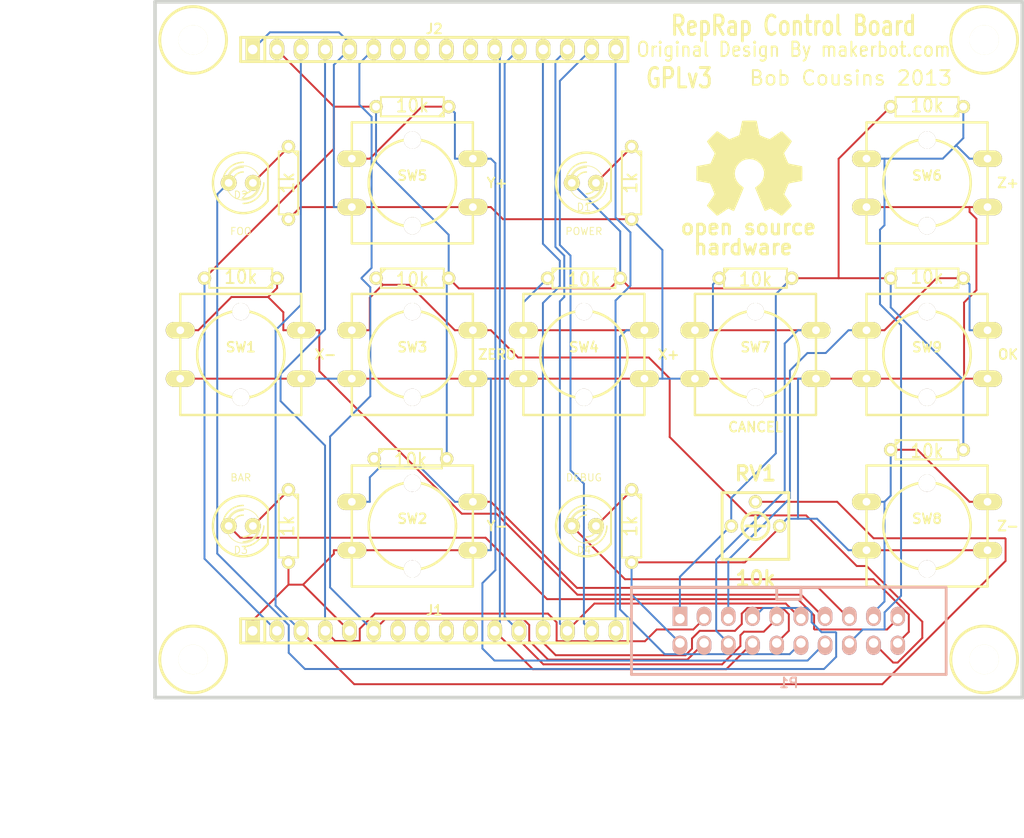
<source format=kicad_pcb>
(kicad_pcb (version 3) (host pcbnew "(2013-07-07 BZR 4022)-stable")

  (general
    (links 90)
    (no_connects 0)
    (area 7.617999 104.61244 115.897095 197.2512)
    (thickness 1.6002)
    (drawings 10)
    (tracks 358)
    (zones 0)
    (modules 35)
    (nets 28)
  )

  (page A4)
  (layers
    (15 Front signal)
    (0 Back signal)
    (16 B.Adhes user)
    (17 F.Adhes user)
    (18 B.Paste user)
    (19 F.Paste user)
    (20 B.SilkS user)
    (21 F.SilkS user)
    (22 B.Mask user)
    (23 F.Mask user)
    (24 Dwgs.User user)
    (25 Cmts.User user)
    (26 Eco1.User user)
    (27 Eco2.User user)
    (28 Edge.Cuts user)
  )

  (setup
    (last_trace_width 0.2032)
    (trace_clearance 0.254)
    (zone_clearance 0.508)
    (zone_45_only no)
    (trace_min 0.2032)
    (segment_width 0.381)
    (edge_width 0.381)
    (via_size 0.889)
    (via_drill 0.635)
    (via_min_size 0.889)
    (via_min_drill 0.508)
    (uvia_size 0.508)
    (uvia_drill 0.127)
    (uvias_allowed no)
    (uvia_min_size 0.508)
    (uvia_min_drill 0.127)
    (pcb_text_width 0.3048)
    (pcb_text_size 1.524 2.032)
    (mod_edge_width 0.3048)
    (mod_text_size 1.524 1.524)
    (mod_text_width 0.3048)
    (pad_size 1.397 1.397)
    (pad_drill 0.8128)
    (pad_to_mask_clearance 0.254)
    (aux_axis_origin 24.00046 179.99964)
    (visible_elements 7FFFFFFF)
    (pcbplotparams
      (layerselection 3178497)
      (usegerberextensions true)
      (excludeedgelayer true)
      (linewidth 0.150000)
      (plotframeref false)
      (viasonmask false)
      (mode 1)
      (useauxorigin false)
      (hpglpennumber 1)
      (hpglpenspeed 20)
      (hpglpendiameter 15)
      (hpglpenoverlay 0)
      (psnegative false)
      (psa4output false)
      (plotreference true)
      (plotvalue true)
      (plotothertext true)
      (plotinvisibletext false)
      (padsonsilk false)
      (subtractmaskfromsilk false)
      (outputformat 1)
      (mirror false)
      (drillshape 1)
      (scaleselection 1)
      (outputdirectory ""))
  )

  (net 0 "")
  (net 1 /B_CANCEL)
  (net 2 /B_OK)
  (net 3 /B_X+)
  (net 4 /B_X-)
  (net 5 /B_Y+)
  (net 6 /B_Y-)
  (net 7 /B_Z+)
  (net 8 /B_Z-)
  (net 9 /B_ZERO)
  (net 10 /LCD_BACKLIGHT+)
  (net 11 /LCD_BACKLIGHT-)
  (net 12 /LCD_CONTRAST)
  (net 13 /LCD_D4)
  (net 14 /LCD_D5)
  (net 15 /LCD_D6)
  (net 16 /LCD_D7)
  (net 17 /LCD_ENABLE)
  (net 18 /LCD_RS)
  (net 19 /LED1)
  (net 20 /LED2)
  (net 21 /LED3)
  (net 22 GND)
  (net 23 N-000023)
  (net 24 N-000024)
  (net 25 N-000026)
  (net 26 N-000027)
  (net 27 VCC)

  (net_class Default "This is the default net class."
    (clearance 0.254)
    (trace_width 0.2032)
    (via_dia 0.889)
    (via_drill 0.635)
    (uvia_dia 0.508)
    (uvia_drill 0.127)
    (add_net "")
    (add_net /B_CANCEL)
    (add_net /B_OK)
    (add_net /B_X+)
    (add_net /B_X-)
    (add_net /B_Y+)
    (add_net /B_Y-)
    (add_net /B_Z+)
    (add_net /B_Z-)
    (add_net /B_ZERO)
    (add_net /LCD_BACKLIGHT+)
    (add_net /LCD_BACKLIGHT-)
    (add_net /LCD_CONTRAST)
    (add_net /LCD_D4)
    (add_net /LCD_D5)
    (add_net /LCD_D6)
    (add_net /LCD_D7)
    (add_net /LCD_ENABLE)
    (add_net /LCD_RS)
    (add_net /LED1)
    (add_net /LED2)
    (add_net /LED3)
    (add_net GND)
    (add_net N-000023)
    (add_net N-000024)
    (add_net N-000026)
    (add_net N-000027)
    (add_net VCC)
  )

  (module R3 (layer Front) (tedit 4E4C0E65) (tstamp 4FB8DCDA)
    (at 105.00106 135.99922 180)
    (descr "Resitance 3 pas")
    (tags R)
    (path /4FB8BEFD)
    (autoplace_cost180 10)
    (fp_text reference R13 (at 0 0.127 180) (layer F.SilkS) hide
      (effects (font (size 1.397 1.27) (thickness 0.2032)))
    )
    (fp_text value 10k (at 0 0.127 180) (layer F.SilkS)
      (effects (font (size 1.397 1.27) (thickness 0.2032)))
    )
    (fp_line (start -3.81 0) (end -3.302 0) (layer F.SilkS) (width 0.2032))
    (fp_line (start 3.81 0) (end 3.302 0) (layer F.SilkS) (width 0.2032))
    (fp_line (start 3.302 0) (end 3.302 -1.016) (layer F.SilkS) (width 0.2032))
    (fp_line (start 3.302 -1.016) (end -3.302 -1.016) (layer F.SilkS) (width 0.2032))
    (fp_line (start -3.302 -1.016) (end -3.302 1.016) (layer F.SilkS) (width 0.2032))
    (fp_line (start -3.302 1.016) (end 3.302 1.016) (layer F.SilkS) (width 0.2032))
    (fp_line (start 3.302 1.016) (end 3.302 0) (layer F.SilkS) (width 0.2032))
    (fp_line (start -3.302 -0.508) (end -2.794 -1.016) (layer F.SilkS) (width 0.2032))
    (pad 1 thru_hole circle (at -3.81 0 180) (size 1.397 1.397) (drill 0.8128)
      (layers *.Cu *.Mask F.SilkS)
      (net 2 /B_OK)
    )
    (pad 2 thru_hole circle (at 3.81 0 180) (size 1.397 1.397) (drill 0.8128)
      (layers *.Cu *.Mask F.SilkS)
      (net 27 VCC)
    )
    (model discret/resistor.wrl
      (at (xyz 0 0 0))
      (scale (xyz 0.3 0.3 0.3))
      (rotate (xyz 0 0 0))
    )
  )

  (module R3 (layer Front) (tedit 4E4C0E65) (tstamp 4FB8DCDC)
    (at 74.00036 162.0012 270)
    (descr "Resitance 3 pas")
    (tags R)
    (path /4FB8BB85)
    (autoplace_cost180 10)
    (fp_text reference R12 (at 0 0.127 270) (layer F.SilkS) hide
      (effects (font (size 1.397 1.27) (thickness 0.2032)))
    )
    (fp_text value 1k (at 0 0.127 270) (layer F.SilkS)
      (effects (font (size 1.397 1.27) (thickness 0.2032)))
    )
    (fp_line (start -3.81 0) (end -3.302 0) (layer F.SilkS) (width 0.2032))
    (fp_line (start 3.81 0) (end 3.302 0) (layer F.SilkS) (width 0.2032))
    (fp_line (start 3.302 0) (end 3.302 -1.016) (layer F.SilkS) (width 0.2032))
    (fp_line (start 3.302 -1.016) (end -3.302 -1.016) (layer F.SilkS) (width 0.2032))
    (fp_line (start -3.302 -1.016) (end -3.302 1.016) (layer F.SilkS) (width 0.2032))
    (fp_line (start -3.302 1.016) (end 3.302 1.016) (layer F.SilkS) (width 0.2032))
    (fp_line (start 3.302 1.016) (end 3.302 0) (layer F.SilkS) (width 0.2032))
    (fp_line (start -3.302 -0.508) (end -2.794 -1.016) (layer F.SilkS) (width 0.2032))
    (pad 1 thru_hole circle (at -3.81 0 270) (size 1.397 1.397) (drill 0.8128)
      (layers *.Cu *.Mask F.SilkS)
      (net 25 N-000026)
    )
    (pad 2 thru_hole circle (at 3.81 0 270) (size 1.397 1.397) (drill 0.8128)
      (layers *.Cu *.Mask F.SilkS)
      (net 22 GND)
    )
    (model discret/resistor.wrl
      (at (xyz 0 0 0))
      (scale (xyz 0.3 0.3 0.3))
      (rotate (xyz 0 0 0))
    )
  )

  (module R3 (layer Front) (tedit 4E4C0E65) (tstamp 4FB8DCDE)
    (at 105.00106 154.0002)
    (descr "Resitance 3 pas")
    (tags R)
    (path /4FB8BEFE)
    (autoplace_cost180 10)
    (fp_text reference R11 (at 0 0.127) (layer F.SilkS) hide
      (effects (font (size 1.397 1.27) (thickness 0.2032)))
    )
    (fp_text value 10k (at 0 0.127) (layer F.SilkS)
      (effects (font (size 1.397 1.27) (thickness 0.2032)))
    )
    (fp_line (start -3.81 0) (end -3.302 0) (layer F.SilkS) (width 0.2032))
    (fp_line (start 3.81 0) (end 3.302 0) (layer F.SilkS) (width 0.2032))
    (fp_line (start 3.302 0) (end 3.302 -1.016) (layer F.SilkS) (width 0.2032))
    (fp_line (start 3.302 -1.016) (end -3.302 -1.016) (layer F.SilkS) (width 0.2032))
    (fp_line (start -3.302 -1.016) (end -3.302 1.016) (layer F.SilkS) (width 0.2032))
    (fp_line (start -3.302 1.016) (end 3.302 1.016) (layer F.SilkS) (width 0.2032))
    (fp_line (start 3.302 1.016) (end 3.302 0) (layer F.SilkS) (width 0.2032))
    (fp_line (start -3.302 -0.508) (end -2.794 -1.016) (layer F.SilkS) (width 0.2032))
    (pad 1 thru_hole circle (at -3.81 0) (size 1.397 1.397) (drill 0.8128)
      (layers *.Cu *.Mask F.SilkS)
      (net 8 /B_Z-)
    )
    (pad 2 thru_hole circle (at 3.81 0) (size 1.397 1.397) (drill 0.8128)
      (layers *.Cu *.Mask F.SilkS)
      (net 27 VCC)
    )
    (model discret/resistor.wrl
      (at (xyz 0 0 0))
      (scale (xyz 0.3 0.3 0.3))
      (rotate (xyz 0 0 0))
    )
  )

  (module R3 (layer Front) (tedit 4E4C0E65) (tstamp 4FB8DCE0)
    (at 38.00094 162.0012 270)
    (descr "Resitance 3 pas")
    (tags R)
    (path /4FB8BB83)
    (autoplace_cost180 10)
    (fp_text reference R10 (at 0 0.127 270) (layer F.SilkS) hide
      (effects (font (size 1.397 1.27) (thickness 0.2032)))
    )
    (fp_text value 1k (at 0 0.127 270) (layer F.SilkS)
      (effects (font (size 1.397 1.27) (thickness 0.2032)))
    )
    (fp_line (start -3.81 0) (end -3.302 0) (layer F.SilkS) (width 0.2032))
    (fp_line (start 3.81 0) (end 3.302 0) (layer F.SilkS) (width 0.2032))
    (fp_line (start 3.302 0) (end 3.302 -1.016) (layer F.SilkS) (width 0.2032))
    (fp_line (start 3.302 -1.016) (end -3.302 -1.016) (layer F.SilkS) (width 0.2032))
    (fp_line (start -3.302 -1.016) (end -3.302 1.016) (layer F.SilkS) (width 0.2032))
    (fp_line (start -3.302 1.016) (end 3.302 1.016) (layer F.SilkS) (width 0.2032))
    (fp_line (start 3.302 1.016) (end 3.302 0) (layer F.SilkS) (width 0.2032))
    (fp_line (start -3.302 -0.508) (end -2.794 -1.016) (layer F.SilkS) (width 0.2032))
    (pad 1 thru_hole circle (at -3.81 0 270) (size 1.397 1.397) (drill 0.8128)
      (layers *.Cu *.Mask F.SilkS)
      (net 26 N-000027)
    )
    (pad 2 thru_hole circle (at 3.81 0 270) (size 1.397 1.397) (drill 0.8128)
      (layers *.Cu *.Mask F.SilkS)
      (net 22 GND)
    )
    (model discret/resistor.wrl
      (at (xyz 0 0 0))
      (scale (xyz 0.3 0.3 0.3))
      (rotate (xyz 0 0 0))
    )
  )

  (module R3 (layer Front) (tedit 4E4C0E65) (tstamp 4FB8DCE2)
    (at 32.99968 135.99922 180)
    (descr "Resitance 3 pas")
    (tags R)
    (path /4FB8BD6A)
    (autoplace_cost180 10)
    (fp_text reference R1 (at 0 0.127 180) (layer F.SilkS) hide
      (effects (font (size 1.397 1.27) (thickness 0.2032)))
    )
    (fp_text value 10k (at 0 0.127 180) (layer F.SilkS)
      (effects (font (size 1.397 1.27) (thickness 0.2032)))
    )
    (fp_line (start -3.81 0) (end -3.302 0) (layer F.SilkS) (width 0.2032))
    (fp_line (start 3.81 0) (end 3.302 0) (layer F.SilkS) (width 0.2032))
    (fp_line (start 3.302 0) (end 3.302 -1.016) (layer F.SilkS) (width 0.2032))
    (fp_line (start 3.302 -1.016) (end -3.302 -1.016) (layer F.SilkS) (width 0.2032))
    (fp_line (start -3.302 -1.016) (end -3.302 1.016) (layer F.SilkS) (width 0.2032))
    (fp_line (start -3.302 1.016) (end 3.302 1.016) (layer F.SilkS) (width 0.2032))
    (fp_line (start 3.302 1.016) (end 3.302 0) (layer F.SilkS) (width 0.2032))
    (fp_line (start -3.302 -0.508) (end -2.794 -1.016) (layer F.SilkS) (width 0.2032))
    (pad 1 thru_hole circle (at -3.81 0 180) (size 1.397 1.397) (drill 0.8128)
      (layers *.Cu *.Mask F.SilkS)
      (net 4 /B_X-)
    )
    (pad 2 thru_hole circle (at 3.81 0 180) (size 1.397 1.397) (drill 0.8128)
      (layers *.Cu *.Mask F.SilkS)
      (net 27 VCC)
    )
    (model discret/resistor.wrl
      (at (xyz 0 0 0))
      (scale (xyz 0.3 0.3 0.3))
      (rotate (xyz 0 0 0))
    )
  )

  (module R3 (layer Front) (tedit 4E4C0E65) (tstamp 4FB8DCE4)
    (at 50.8 154.94)
    (descr "Resitance 3 pas")
    (tags R)
    (path /4FB8BE16)
    (autoplace_cost180 10)
    (fp_text reference R2 (at 0 0.127) (layer F.SilkS) hide
      (effects (font (size 1.397 1.27) (thickness 0.2032)))
    )
    (fp_text value 10k (at 0 0.127) (layer F.SilkS)
      (effects (font (size 1.397 1.27) (thickness 0.2032)))
    )
    (fp_line (start -3.81 0) (end -3.302 0) (layer F.SilkS) (width 0.2032))
    (fp_line (start 3.81 0) (end 3.302 0) (layer F.SilkS) (width 0.2032))
    (fp_line (start 3.302 0) (end 3.302 -1.016) (layer F.SilkS) (width 0.2032))
    (fp_line (start 3.302 -1.016) (end -3.302 -1.016) (layer F.SilkS) (width 0.2032))
    (fp_line (start -3.302 -1.016) (end -3.302 1.016) (layer F.SilkS) (width 0.2032))
    (fp_line (start -3.302 1.016) (end 3.302 1.016) (layer F.SilkS) (width 0.2032))
    (fp_line (start 3.302 1.016) (end 3.302 0) (layer F.SilkS) (width 0.2032))
    (fp_line (start -3.302 -0.508) (end -2.794 -1.016) (layer F.SilkS) (width 0.2032))
    (pad 1 thru_hole circle (at -3.81 0) (size 1.397 1.397) (drill 0.8128)
      (layers *.Cu *.Mask F.SilkS)
      (net 6 /B_Y-)
    )
    (pad 2 thru_hole circle (at 3.81 0) (size 1.397 1.397) (drill 0.8128)
      (layers *.Cu *.Mask F.SilkS)
      (net 27 VCC)
    )
    (model discret/resistor.wrl
      (at (xyz 0 0 0))
      (scale (xyz 0.3 0.3 0.3))
      (rotate (xyz 0 0 0))
    )
  )

  (module R3 (layer Front) (tedit 4E4C0E65) (tstamp 4FB8DCE6)
    (at 51.00066 135.99922)
    (descr "Resitance 3 pas")
    (tags R)
    (path /4FB8BE19)
    (autoplace_cost180 10)
    (fp_text reference R3 (at 0 0.127) (layer F.SilkS) hide
      (effects (font (size 1.397 1.27) (thickness 0.2032)))
    )
    (fp_text value 10k (at 0 0.127) (layer F.SilkS)
      (effects (font (size 1.397 1.27) (thickness 0.2032)))
    )
    (fp_line (start -3.81 0) (end -3.302 0) (layer F.SilkS) (width 0.2032))
    (fp_line (start 3.81 0) (end 3.302 0) (layer F.SilkS) (width 0.2032))
    (fp_line (start 3.302 0) (end 3.302 -1.016) (layer F.SilkS) (width 0.2032))
    (fp_line (start 3.302 -1.016) (end -3.302 -1.016) (layer F.SilkS) (width 0.2032))
    (fp_line (start -3.302 -1.016) (end -3.302 1.016) (layer F.SilkS) (width 0.2032))
    (fp_line (start -3.302 1.016) (end 3.302 1.016) (layer F.SilkS) (width 0.2032))
    (fp_line (start 3.302 1.016) (end 3.302 0) (layer F.SilkS) (width 0.2032))
    (fp_line (start -3.302 -0.508) (end -2.794 -1.016) (layer F.SilkS) (width 0.2032))
    (pad 1 thru_hole circle (at -3.81 0) (size 1.397 1.397) (drill 0.8128)
      (layers *.Cu *.Mask F.SilkS)
      (net 9 /B_ZERO)
    )
    (pad 2 thru_hole circle (at 3.81 0) (size 1.397 1.397) (drill 0.8128)
      (layers *.Cu *.Mask F.SilkS)
      (net 27 VCC)
    )
    (model discret/resistor.wrl
      (at (xyz 0 0 0))
      (scale (xyz 0.3 0.3 0.3))
      (rotate (xyz 0 0 0))
    )
  )

  (module R3 (layer Front) (tedit 4E4C0E65) (tstamp 4FB8DCE8)
    (at 68.9991 135.99922)
    (descr "Resitance 3 pas")
    (tags R)
    (path /4FB8BE20)
    (autoplace_cost180 10)
    (fp_text reference R4 (at 0 0.127) (layer F.SilkS) hide
      (effects (font (size 1.397 1.27) (thickness 0.2032)))
    )
    (fp_text value 10k (at 0 0.127) (layer F.SilkS)
      (effects (font (size 1.397 1.27) (thickness 0.2032)))
    )
    (fp_line (start -3.81 0) (end -3.302 0) (layer F.SilkS) (width 0.2032))
    (fp_line (start 3.81 0) (end 3.302 0) (layer F.SilkS) (width 0.2032))
    (fp_line (start 3.302 0) (end 3.302 -1.016) (layer F.SilkS) (width 0.2032))
    (fp_line (start 3.302 -1.016) (end -3.302 -1.016) (layer F.SilkS) (width 0.2032))
    (fp_line (start -3.302 -1.016) (end -3.302 1.016) (layer F.SilkS) (width 0.2032))
    (fp_line (start -3.302 1.016) (end 3.302 1.016) (layer F.SilkS) (width 0.2032))
    (fp_line (start 3.302 1.016) (end 3.302 0) (layer F.SilkS) (width 0.2032))
    (fp_line (start -3.302 -0.508) (end -2.794 -1.016) (layer F.SilkS) (width 0.2032))
    (pad 1 thru_hole circle (at -3.81 0) (size 1.397 1.397) (drill 0.8128)
      (layers *.Cu *.Mask F.SilkS)
      (net 3 /B_X+)
    )
    (pad 2 thru_hole circle (at 3.81 0) (size 1.397 1.397) (drill 0.8128)
      (layers *.Cu *.Mask F.SilkS)
      (net 27 VCC)
    )
    (model discret/resistor.wrl
      (at (xyz 0 0 0))
      (scale (xyz 0.3 0.3 0.3))
      (rotate (xyz 0 0 0))
    )
  )

  (module R3 (layer Front) (tedit 4E4C0E65) (tstamp 4FB8DCEA)
    (at 51.00066 118.00078 180)
    (descr "Resitance 3 pas")
    (tags R)
    (path /4FB8BE22)
    (autoplace_cost180 10)
    (fp_text reference R5 (at 0 0.127 180) (layer F.SilkS) hide
      (effects (font (size 1.397 1.27) (thickness 0.2032)))
    )
    (fp_text value 10k (at 0 0.127 180) (layer F.SilkS)
      (effects (font (size 1.397 1.27) (thickness 0.2032)))
    )
    (fp_line (start -3.81 0) (end -3.302 0) (layer F.SilkS) (width 0.2032))
    (fp_line (start 3.81 0) (end 3.302 0) (layer F.SilkS) (width 0.2032))
    (fp_line (start 3.302 0) (end 3.302 -1.016) (layer F.SilkS) (width 0.2032))
    (fp_line (start 3.302 -1.016) (end -3.302 -1.016) (layer F.SilkS) (width 0.2032))
    (fp_line (start -3.302 -1.016) (end -3.302 1.016) (layer F.SilkS) (width 0.2032))
    (fp_line (start -3.302 1.016) (end 3.302 1.016) (layer F.SilkS) (width 0.2032))
    (fp_line (start 3.302 1.016) (end 3.302 0) (layer F.SilkS) (width 0.2032))
    (fp_line (start -3.302 -0.508) (end -2.794 -1.016) (layer F.SilkS) (width 0.2032))
    (pad 1 thru_hole circle (at -3.81 0 180) (size 1.397 1.397) (drill 0.8128)
      (layers *.Cu *.Mask F.SilkS)
      (net 5 /B_Y+)
    )
    (pad 2 thru_hole circle (at 3.81 0 180) (size 1.397 1.397) (drill 0.8128)
      (layers *.Cu *.Mask F.SilkS)
      (net 27 VCC)
    )
    (model discret/resistor.wrl
      (at (xyz 0 0 0))
      (scale (xyz 0.3 0.3 0.3))
      (rotate (xyz 0 0 0))
    )
  )

  (module R3 (layer Front) (tedit 4E4C0E65) (tstamp 4FB8DCEC)
    (at 74.00036 125.99924 270)
    (descr "Resitance 3 pas")
    (tags R)
    (path /4FB8BB25)
    (autoplace_cost180 10)
    (fp_text reference R6 (at 0 0.127 270) (layer F.SilkS) hide
      (effects (font (size 1.397 1.27) (thickness 0.2032)))
    )
    (fp_text value 1k (at 0 0.127 270) (layer F.SilkS)
      (effects (font (size 1.397 1.27) (thickness 0.2032)))
    )
    (fp_line (start -3.81 0) (end -3.302 0) (layer F.SilkS) (width 0.2032))
    (fp_line (start 3.81 0) (end 3.302 0) (layer F.SilkS) (width 0.2032))
    (fp_line (start 3.302 0) (end 3.302 -1.016) (layer F.SilkS) (width 0.2032))
    (fp_line (start 3.302 -1.016) (end -3.302 -1.016) (layer F.SilkS) (width 0.2032))
    (fp_line (start -3.302 -1.016) (end -3.302 1.016) (layer F.SilkS) (width 0.2032))
    (fp_line (start -3.302 1.016) (end 3.302 1.016) (layer F.SilkS) (width 0.2032))
    (fp_line (start 3.302 1.016) (end 3.302 0) (layer F.SilkS) (width 0.2032))
    (fp_line (start -3.302 -0.508) (end -2.794 -1.016) (layer F.SilkS) (width 0.2032))
    (pad 1 thru_hole circle (at -3.81 0 270) (size 1.397 1.397) (drill 0.8128)
      (layers *.Cu *.Mask F.SilkS)
      (net 24 N-000024)
    )
    (pad 2 thru_hole circle (at 3.81 0 270) (size 1.397 1.397) (drill 0.8128)
      (layers *.Cu *.Mask F.SilkS)
      (net 22 GND)
    )
    (model discret/resistor.wrl
      (at (xyz 0 0 0))
      (scale (xyz 0.3 0.3 0.3))
      (rotate (xyz 0 0 0))
    )
  )

  (module R3 (layer Front) (tedit 4E4C0E65) (tstamp 4FB8DCEE)
    (at 105.00106 118.00078 180)
    (descr "Resitance 3 pas")
    (tags R)
    (path /4FB8BF00)
    (autoplace_cost180 10)
    (fp_text reference R7 (at 0 0.127 180) (layer F.SilkS) hide
      (effects (font (size 1.397 1.27) (thickness 0.2032)))
    )
    (fp_text value 10k (at 0 0.127 180) (layer F.SilkS)
      (effects (font (size 1.397 1.27) (thickness 0.2032)))
    )
    (fp_line (start -3.81 0) (end -3.302 0) (layer F.SilkS) (width 0.2032))
    (fp_line (start 3.81 0) (end 3.302 0) (layer F.SilkS) (width 0.2032))
    (fp_line (start 3.302 0) (end 3.302 -1.016) (layer F.SilkS) (width 0.2032))
    (fp_line (start 3.302 -1.016) (end -3.302 -1.016) (layer F.SilkS) (width 0.2032))
    (fp_line (start -3.302 -1.016) (end -3.302 1.016) (layer F.SilkS) (width 0.2032))
    (fp_line (start -3.302 1.016) (end 3.302 1.016) (layer F.SilkS) (width 0.2032))
    (fp_line (start 3.302 1.016) (end 3.302 0) (layer F.SilkS) (width 0.2032))
    (fp_line (start -3.302 -0.508) (end -2.794 -1.016) (layer F.SilkS) (width 0.2032))
    (pad 1 thru_hole circle (at -3.81 0 180) (size 1.397 1.397) (drill 0.8128)
      (layers *.Cu *.Mask F.SilkS)
      (net 7 /B_Z+)
    )
    (pad 2 thru_hole circle (at 3.81 0 180) (size 1.397 1.397) (drill 0.8128)
      (layers *.Cu *.Mask F.SilkS)
      (net 27 VCC)
    )
    (model discret/resistor.wrl
      (at (xyz 0 0 0))
      (scale (xyz 0.3 0.3 0.3))
      (rotate (xyz 0 0 0))
    )
  )

  (module R3 (layer Front) (tedit 4E4C0E65) (tstamp 4FB8DCF0)
    (at 38.00094 125.99924 270)
    (descr "Resitance 3 pas")
    (tags R)
    (path /4FB8BB7F)
    (autoplace_cost180 10)
    (fp_text reference R8 (at 0 0.127 270) (layer F.SilkS) hide
      (effects (font (size 1.397 1.27) (thickness 0.2032)))
    )
    (fp_text value 1k (at 0 0.127 270) (layer F.SilkS)
      (effects (font (size 1.397 1.27) (thickness 0.2032)))
    )
    (fp_line (start -3.81 0) (end -3.302 0) (layer F.SilkS) (width 0.2032))
    (fp_line (start 3.81 0) (end 3.302 0) (layer F.SilkS) (width 0.2032))
    (fp_line (start 3.302 0) (end 3.302 -1.016) (layer F.SilkS) (width 0.2032))
    (fp_line (start 3.302 -1.016) (end -3.302 -1.016) (layer F.SilkS) (width 0.2032))
    (fp_line (start -3.302 -1.016) (end -3.302 1.016) (layer F.SilkS) (width 0.2032))
    (fp_line (start -3.302 1.016) (end 3.302 1.016) (layer F.SilkS) (width 0.2032))
    (fp_line (start 3.302 1.016) (end 3.302 0) (layer F.SilkS) (width 0.2032))
    (fp_line (start -3.302 -0.508) (end -2.794 -1.016) (layer F.SilkS) (width 0.2032))
    (pad 1 thru_hole circle (at -3.81 0 270) (size 1.397 1.397) (drill 0.8128)
      (layers *.Cu *.Mask F.SilkS)
      (net 23 N-000023)
    )
    (pad 2 thru_hole circle (at 3.81 0 270) (size 1.397 1.397) (drill 0.8128)
      (layers *.Cu *.Mask F.SilkS)
      (net 22 GND)
    )
    (model discret/resistor.wrl
      (at (xyz 0 0 0))
      (scale (xyz 0.3 0.3 0.3))
      (rotate (xyz 0 0 0))
    )
  )

  (module R3 (layer Front) (tedit 4E4C0E65) (tstamp 4FB8DCF2)
    (at 87.00008 135.99922)
    (descr "Resitance 3 pas")
    (tags R)
    (path /4FB8BEFF)
    (autoplace_cost180 10)
    (fp_text reference R9 (at 0 0.127) (layer F.SilkS) hide
      (effects (font (size 1.397 1.27) (thickness 0.2032)))
    )
    (fp_text value 10k (at 0 0.127) (layer F.SilkS)
      (effects (font (size 1.397 1.27) (thickness 0.2032)))
    )
    (fp_line (start -3.81 0) (end -3.302 0) (layer F.SilkS) (width 0.2032))
    (fp_line (start 3.81 0) (end 3.302 0) (layer F.SilkS) (width 0.2032))
    (fp_line (start 3.302 0) (end 3.302 -1.016) (layer F.SilkS) (width 0.2032))
    (fp_line (start 3.302 -1.016) (end -3.302 -1.016) (layer F.SilkS) (width 0.2032))
    (fp_line (start -3.302 -1.016) (end -3.302 1.016) (layer F.SilkS) (width 0.2032))
    (fp_line (start -3.302 1.016) (end 3.302 1.016) (layer F.SilkS) (width 0.2032))
    (fp_line (start 3.302 1.016) (end 3.302 0) (layer F.SilkS) (width 0.2032))
    (fp_line (start -3.302 -0.508) (end -2.794 -1.016) (layer F.SilkS) (width 0.2032))
    (pad 1 thru_hole circle (at -3.81 0) (size 1.397 1.397) (drill 0.8128)
      (layers *.Cu *.Mask F.SilkS)
      (net 1 /B_CANCEL)
    )
    (pad 2 thru_hole circle (at 3.81 0) (size 1.397 1.397) (drill 0.8128)
      (layers *.Cu *.Mask F.SilkS)
      (net 27 VCC)
    )
    (model discret/resistor.wrl
      (at (xyz 0 0 0))
      (scale (xyz 0.3 0.3 0.3))
      (rotate (xyz 0 0 0))
    )
  )

  (module LED-5MM (layer Front) (tedit 51D03CED) (tstamp 4FB8DCF3)
    (at 68.9991 125.99924)
    (descr "LED 5mm - Lead pitch 100mil (2,54mm)")
    (tags "LED led 5mm 5MM 100mil 2,54mm")
    (path /4FB8B9BC)
    (fp_text reference D1 (at 0 2.54) (layer F.SilkS)
      (effects (font (size 0.762 0.762) (thickness 0.0889)))
    )
    (fp_text value POWER (at 0 5.08) (layer F.SilkS)
      (effects (font (size 0.762 0.762) (thickness 0.0889)))
    )
    (fp_line (start 2.8448 1.905) (end 2.8448 -1.905) (layer F.SilkS) (width 0.2032))
    (fp_circle (center 0.254 0) (end -1.016 1.27) (layer F.SilkS) (width 0.0762))
    (fp_arc (start 0.254 0) (end 2.794 1.905) (angle 286.2) (layer F.SilkS) (width 0.254))
    (fp_arc (start 0.254 0) (end -0.889 0) (angle 90) (layer F.SilkS) (width 0.1524))
    (fp_arc (start 0.254 0) (end 1.397 0) (angle 90) (layer F.SilkS) (width 0.1524))
    (fp_arc (start 0.254 0) (end -1.397 0) (angle 90) (layer F.SilkS) (width 0.1524))
    (fp_arc (start 0.254 0) (end 1.905 0) (angle 90) (layer F.SilkS) (width 0.1524))
    (fp_arc (start 0.254 0) (end -1.905 0) (angle 90) (layer F.SilkS) (width 0.1524))
    (fp_arc (start 0.254 0) (end 2.413 0) (angle 90) (layer F.SilkS) (width 0.1524))
    (pad 1 thru_hole circle (at -1.27 0) (size 1.6764 1.6764) (drill 0.8128)
      (layers *.Cu F.Paste F.SilkS F.Mask)
      (net 27 VCC)
    )
    (pad 2 thru_hole circle (at 1.27 0) (size 1.6764 1.6764) (drill 0.8128)
      (layers *.Cu F.Paste F.SilkS F.Mask)
      (net 24 N-000024)
    )
    (model discret/leds/led5_vertical_verde.wrl
      (at (xyz 0 0 0))
      (scale (xyz 1 1 1))
      (rotate (xyz 0 0 0))
    )
  )

  (module LED-5MM (layer Front) (tedit 51D03CDF) (tstamp 4FB8DCF5)
    (at 68.9991 162.0012)
    (descr "LED 5mm - Lead pitch 100mil (2,54mm)")
    (tags "LED led 5mm 5MM 100mil 2,54mm")
    (path /4FB8B9C5)
    (fp_text reference D4 (at 0 2.54) (layer F.SilkS)
      (effects (font (size 0.762 0.762) (thickness 0.0889)))
    )
    (fp_text value DEBUG (at 0 -5.08) (layer F.SilkS)
      (effects (font (size 0.762 0.762) (thickness 0.0889)))
    )
    (fp_line (start 2.8448 1.905) (end 2.8448 -1.905) (layer F.SilkS) (width 0.2032))
    (fp_circle (center 0.254 0) (end -1.016 1.27) (layer F.SilkS) (width 0.0762))
    (fp_arc (start 0.254 0) (end 2.794 1.905) (angle 286.2) (layer F.SilkS) (width 0.254))
    (fp_arc (start 0.254 0) (end -0.889 0) (angle 90) (layer F.SilkS) (width 0.1524))
    (fp_arc (start 0.254 0) (end 1.397 0) (angle 90) (layer F.SilkS) (width 0.1524))
    (fp_arc (start 0.254 0) (end -1.397 0) (angle 90) (layer F.SilkS) (width 0.1524))
    (fp_arc (start 0.254 0) (end 1.905 0) (angle 90) (layer F.SilkS) (width 0.1524))
    (fp_arc (start 0.254 0) (end -1.905 0) (angle 90) (layer F.SilkS) (width 0.1524))
    (fp_arc (start 0.254 0) (end 2.413 0) (angle 90) (layer F.SilkS) (width 0.1524))
    (pad 1 thru_hole circle (at -1.27 0) (size 1.6764 1.6764) (drill 0.8128)
      (layers *.Cu F.Paste F.SilkS F.Mask)
      (net 21 /LED3)
    )
    (pad 2 thru_hole circle (at 1.27 0) (size 1.6764 1.6764) (drill 0.8128)
      (layers *.Cu F.Paste F.SilkS F.Mask)
      (net 25 N-000026)
    )
    (model discret/leds/led5_vertical_verde.wrl
      (at (xyz 0 0 0))
      (scale (xyz 1 1 1))
      (rotate (xyz 0 0 0))
    )
  )

  (module LED-5MM (layer Front) (tedit 51D03CE5) (tstamp 4FB8DCF7)
    (at 32.99968 162.0012)
    (descr "LED 5mm - Lead pitch 100mil (2,54mm)")
    (tags "LED led 5mm 5MM 100mil 2,54mm")
    (path /4FB8B9C3)
    (fp_text reference D3 (at 0 2.54) (layer F.SilkS)
      (effects (font (size 0.762 0.762) (thickness 0.0889)))
    )
    (fp_text value BAR (at 0 -5.08) (layer F.SilkS)
      (effects (font (size 0.762 0.762) (thickness 0.0889)))
    )
    (fp_line (start 2.8448 1.905) (end 2.8448 -1.905) (layer F.SilkS) (width 0.2032))
    (fp_circle (center 0.254 0) (end -1.016 1.27) (layer F.SilkS) (width 0.0762))
    (fp_arc (start 0.254 0) (end 2.794 1.905) (angle 286.2) (layer F.SilkS) (width 0.254))
    (fp_arc (start 0.254 0) (end -0.889 0) (angle 90) (layer F.SilkS) (width 0.1524))
    (fp_arc (start 0.254 0) (end 1.397 0) (angle 90) (layer F.SilkS) (width 0.1524))
    (fp_arc (start 0.254 0) (end -1.397 0) (angle 90) (layer F.SilkS) (width 0.1524))
    (fp_arc (start 0.254 0) (end 1.905 0) (angle 90) (layer F.SilkS) (width 0.1524))
    (fp_arc (start 0.254 0) (end -1.905 0) (angle 90) (layer F.SilkS) (width 0.1524))
    (fp_arc (start 0.254 0) (end 2.413 0) (angle 90) (layer F.SilkS) (width 0.1524))
    (pad 1 thru_hole circle (at -1.27 0) (size 1.6764 1.6764) (drill 0.8128)
      (layers *.Cu F.Paste F.SilkS F.Mask)
      (net 20 /LED2)
    )
    (pad 2 thru_hole circle (at 1.27 0) (size 1.6764 1.6764) (drill 0.8128)
      (layers *.Cu F.Paste F.SilkS F.Mask)
      (net 26 N-000027)
    )
    (model discret/leds/led5_vertical_verde.wrl
      (at (xyz 0 0 0))
      (scale (xyz 1 1 1))
      (rotate (xyz 0 0 0))
    )
  )

  (module LED-5MM (layer Front) (tedit 51D03CEB) (tstamp 4FB8DCF9)
    (at 32.99968 125.99924)
    (descr "LED 5mm - Lead pitch 100mil (2,54mm)")
    (tags "LED led 5mm 5MM 100mil 2,54mm")
    (path /4FB8B9BF)
    (fp_text reference D2 (at 0 1.27) (layer F.SilkS)
      (effects (font (size 0.762 0.762) (thickness 0.0889)))
    )
    (fp_text value FOO (at 0 5.08) (layer F.SilkS)
      (effects (font (size 0.762 0.762) (thickness 0.0889)))
    )
    (fp_line (start 2.8448 1.905) (end 2.8448 -1.905) (layer F.SilkS) (width 0.2032))
    (fp_circle (center 0.254 0) (end -1.016 1.27) (layer F.SilkS) (width 0.0762))
    (fp_arc (start 0.254 0) (end 2.794 1.905) (angle 286.2) (layer F.SilkS) (width 0.254))
    (fp_arc (start 0.254 0) (end -0.889 0) (angle 90) (layer F.SilkS) (width 0.1524))
    (fp_arc (start 0.254 0) (end 1.397 0) (angle 90) (layer F.SilkS) (width 0.1524))
    (fp_arc (start 0.254 0) (end -1.397 0) (angle 90) (layer F.SilkS) (width 0.1524))
    (fp_arc (start 0.254 0) (end 1.905 0) (angle 90) (layer F.SilkS) (width 0.1524))
    (fp_arc (start 0.254 0) (end -1.905 0) (angle 90) (layer F.SilkS) (width 0.1524))
    (fp_arc (start 0.254 0) (end 2.413 0) (angle 90) (layer F.SilkS) (width 0.1524))
    (pad 1 thru_hole circle (at -1.27 0) (size 1.6764 1.6764) (drill 0.8128)
      (layers *.Cu F.Paste F.SilkS F.Mask)
      (net 19 /LED1)
    )
    (pad 2 thru_hole circle (at 1.27 0) (size 1.6764 1.6764) (drill 0.8128)
      (layers *.Cu F.Paste F.SilkS F.Mask)
      (net 23 N-000023)
    )
    (model discret/leds/led5_vertical_verde.wrl
      (at (xyz 0 0 0))
      (scale (xyz 1 1 1))
      (rotate (xyz 0 0 0))
    )
  )

  (module HOLE_M3 (layer Front) (tedit 4FB8F0FE) (tstamp 4FB8F05E)
    (at 111.00054 111.00054)
    (descr "Mounting hole 3mm")
    (tags MOUNT)
    (path HOLE_M3)
    (fp_text reference HOLE_M32 (at 0 -5.4991) (layer F.SilkS) hide
      (effects (font (size 1.016 1.016) (thickness 0.254)))
    )
    (fp_text value P*** (at 0 6.49986) (layer F.SilkS) hide
      (effects (font (size 1.016 1.016) (thickness 0.254)))
    )
    (fp_circle (center 0 0) (end 3.50012 0) (layer F.SilkS) (width 0.3048))
    (pad "" np_thru_hole circle (at 0 0) (size 3.0988 3.0988) (drill 3.0988)
      (layers *.Cu F.SilkS)
    )
  )

  (module HOLE_M3 (layer Front) (tedit 4FB8F0F8) (tstamp 4FB8F065)
    (at 28.00096 111.00054)
    (descr "Mounting hole 3mm")
    (tags MOUNT)
    (path HOLE_M3)
    (fp_text reference HOLE_M31 (at 0 -5.4991) (layer F.SilkS) hide
      (effects (font (size 1.016 1.016) (thickness 0.254)))
    )
    (fp_text value P*** (at 0 6.49986) (layer F.SilkS) hide
      (effects (font (size 1.016 1.016) (thickness 0.254)))
    )
    (fp_circle (center 0 0) (end 3.50012 0) (layer F.SilkS) (width 0.3048))
    (pad "" np_thru_hole circle (at 0 0) (size 3.0988 3.0988) (drill 3.0988)
      (layers *.Cu F.SilkS)
    )
    (model ..\KiCAD_Libraries\packages3d\rmc\pcb_blank\pcb_green.wrl
      (at (xyz 1.65 -1.3 -0.03))
      (scale (xyz 9.1 7.3 0.9))
      (rotate (xyz 0 0 0))
    )
  )

  (module HOLE_M3 (layer Front) (tedit 4FB8F107) (tstamp 4FB8F07A)
    (at 28.00096 175.99914)
    (descr "Mounting hole 3mm")
    (tags MOUNT)
    (path HOLE_M3)
    (fp_text reference HOLE_M33 (at 0 -5.4991) (layer F.SilkS) hide
      (effects (font (size 1.016 1.016) (thickness 0.254)))
    )
    (fp_text value P*** (at 0 6.49986) (layer F.SilkS) hide
      (effects (font (size 1.016 1.016) (thickness 0.254)))
    )
    (fp_circle (center 0 0) (end 3.50012 0) (layer F.SilkS) (width 0.3048))
    (pad "" np_thru_hole circle (at 0 0) (size 3.0988 3.0988) (drill 3.0988)
      (layers *.Cu F.SilkS)
    )
  )

  (module HOLE_M3 (layer Front) (tedit 4FB8F10D) (tstamp 4FB8F07F)
    (at 111.00054 175.99914)
    (descr "Mounting hole 3mm")
    (tags MOUNT)
    (path HOLE_M3)
    (fp_text reference HOLE_M34 (at 0 -5.4991) (layer F.SilkS) hide
      (effects (font (size 1.016 1.016) (thickness 0.254)))
    )
    (fp_text value P*** (at 0 6.49986) (layer F.SilkS) hide
      (effects (font (size 1.016 1.016) (thickness 0.254)))
    )
    (fp_circle (center 0 0) (end 3.50012 0) (layer F.SilkS) (width 0.3048))
    (pad "" np_thru_hole circle (at 0 0) (size 3.0988 3.0988) (drill 3.0988)
      (layers *.Cu F.SilkS)
    )
  )

  (module OSHW_logo_2 (layer Front) (tedit 4FB9125C) (tstamp 4FB90CCD)
    (at 86.36 124.46)
    (path OSHW_logo_10)
    (fp_text reference G1 (at 0 5.90296) (layer F.SilkS) hide
      (effects (font (size 0.508 0.508) (thickness 0.1016)))
    )
    (fp_text value LOGO (at 0 -5.90296) (layer F.SilkS) hide
      (effects (font (size 0.508 0.508) (thickness 0.1016)))
    )
    (fp_text user hardware (at -0.64516 8.30072) (layer F.SilkS)
      (effects (font (size 1.524 1.524) (thickness 0.3048)))
    )
    (fp_text user "open source" (at -0.09906 6.20014) (layer F.SilkS)
      (effects (font (size 1.524 1.524) (thickness 0.3048)))
    )
    (fp_poly (pts (xy -3.37312 4.99872) (xy -3.3147 4.96824) (xy -3.18516 4.88696) (xy -2.99974 4.76504)
      (xy -2.77876 4.61772) (xy -2.55778 4.46786) (xy -2.37744 4.34594) (xy -2.25044 4.26466)
      (xy -2.1971 4.23672) (xy -2.16916 4.24688) (xy -2.06502 4.29768) (xy -1.91262 4.37642)
      (xy -1.82372 4.42214) (xy -1.68402 4.48056) (xy -1.61544 4.49326) (xy -1.60274 4.47548)
      (xy -1.55194 4.3688) (xy -1.4732 4.18592) (xy -1.36652 3.94462) (xy -1.24714 3.66268)
      (xy -1.1176 3.35788) (xy -0.98806 3.048) (xy -0.86614 2.75082) (xy -0.75692 2.48412)
      (xy -0.67056 2.26822) (xy -0.61214 2.11836) (xy -0.59182 2.05232) (xy -0.5969 2.03962)
      (xy -0.66802 1.97104) (xy -0.78994 1.8796) (xy -1.05156 1.66624) (xy -1.31318 1.34112)
      (xy -1.47066 0.97282) (xy -1.524 0.56388) (xy -1.47828 0.18288) (xy -1.32842 -0.18288)
      (xy -1.07442 -0.51054) (xy -0.76708 -0.75438) (xy -0.4064 -0.90932) (xy 0 -0.95758)
      (xy 0.38862 -0.9144) (xy 0.75946 -0.76708) (xy 1.08966 -0.51816) (xy 1.22682 -0.35814)
      (xy 1.41732 -0.0254) (xy 1.52654 0.3302) (xy 1.53924 0.42164) (xy 1.52146 0.8128)
      (xy 1.40716 1.18618) (xy 1.20142 1.52146) (xy 0.9144 1.79578) (xy 0.87884 1.82372)
      (xy 0.74422 1.92278) (xy 0.65532 1.99136) (xy 0.58674 2.04724) (xy 1.08458 3.24612)
      (xy 1.16332 3.43662) (xy 1.30048 3.76428) (xy 1.41986 4.04622) (xy 1.51638 4.26974)
      (xy 1.58242 4.4196) (xy 1.6129 4.48056) (xy 1.61544 4.4831) (xy 1.65862 4.49072)
      (xy 1.75006 4.4577) (xy 1.9177 4.37642) (xy 2.02946 4.32054) (xy 2.15646 4.25958)
      (xy 2.21234 4.23672) (xy 2.2606 4.26212) (xy 2.38252 4.34086) (xy 2.56032 4.46024)
      (xy 2.77622 4.60756) (xy 2.97942 4.74472) (xy 3.16738 4.86918) (xy 3.30454 4.95554)
      (xy 3.37058 4.9911) (xy 3.38074 4.9911) (xy 3.43916 4.95808) (xy 3.54584 4.86918)
      (xy 3.71094 4.71424) (xy 3.94208 4.48564) (xy 3.97764 4.45262) (xy 4.1656 4.25958)
      (xy 4.32054 4.09702) (xy 4.42468 3.98272) (xy 4.46024 3.92938) (xy 4.46024 3.92938)
      (xy 4.42722 3.86334) (xy 4.34086 3.72872) (xy 4.2164 3.53822) (xy 4.064 3.3147)
      (xy 3.66776 2.73812) (xy 3.8862 2.19456) (xy 3.95224 2.02946) (xy 4.0386 1.82626)
      (xy 4.1021 1.68148) (xy 4.13258 1.61798) (xy 4.19354 1.59766) (xy 4.34086 1.5621)
      (xy 4.55676 1.51638) (xy 4.81584 1.46812) (xy 5.05968 1.42494) (xy 5.28066 1.38176)
      (xy 5.44322 1.35128) (xy 5.51434 1.33604) (xy 5.53212 1.32588) (xy 5.54482 1.29286)
      (xy 5.55498 1.21666) (xy 5.56006 1.08204) (xy 5.5626 0.86868) (xy 5.5626 0.56388)
      (xy 5.5626 0.53086) (xy 5.56006 0.23622) (xy 5.55498 0.00508) (xy 5.54736 -0.14986)
      (xy 5.5372 -0.20828) (xy 5.5372 -0.21082) (xy 5.46862 -0.22606) (xy 5.31114 -0.25908)
      (xy 5.09016 -0.30226) (xy 4.826 -0.35306) (xy 4.80822 -0.3556) (xy 4.5466 -0.4064)
      (xy 4.32562 -0.45212) (xy 4.17068 -0.48768) (xy 4.10464 -0.508) (xy 4.09194 -0.52832)
      (xy 4.0386 -0.62992) (xy 3.9624 -0.79248) (xy 3.87604 -0.99314) (xy 3.78968 -1.19888)
      (xy 3.71602 -1.3843) (xy 3.66522 -1.524) (xy 3.64998 -1.5875) (xy 3.65252 -1.5875)
      (xy 3.69062 -1.651) (xy 3.78206 -1.78816) (xy 3.90906 -1.97866) (xy 4.064 -2.20218)
      (xy 4.07416 -2.21742) (xy 4.22656 -2.44094) (xy 4.34848 -2.6289) (xy 4.42976 -2.76352)
      (xy 4.46024 -2.82448) (xy 4.46024 -2.82702) (xy 4.40944 -2.89306) (xy 4.29768 -3.02006)
      (xy 4.13512 -3.19024) (xy 3.93954 -3.38582) (xy 3.87858 -3.44678) (xy 3.66268 -3.6576)
      (xy 3.51028 -3.7973) (xy 3.41884 -3.87096) (xy 3.37312 -3.8862) (xy 3.37058 -3.8862)
      (xy 3.30454 -3.84556) (xy 3.16484 -3.75412) (xy 2.97434 -3.62458) (xy 2.74828 -3.46964)
      (xy 2.73304 -3.45948) (xy 2.50952 -3.30962) (xy 2.3241 -3.18262) (xy 2.19202 -3.09626)
      (xy 2.13614 -3.0607) (xy 2.12598 -3.0607) (xy 2.03454 -3.08864) (xy 1.87706 -3.14452)
      (xy 1.68148 -3.21818) (xy 1.47574 -3.302) (xy 1.29032 -3.38074) (xy 1.14808 -3.44424)
      (xy 1.08204 -3.48234) (xy 1.08204 -3.48488) (xy 1.05664 -3.56362) (xy 1.01854 -3.73126)
      (xy 0.97282 -3.95986) (xy 0.91948 -4.23164) (xy 0.91186 -4.27736) (xy 0.86106 -4.54152)
      (xy 0.81788 -4.75996) (xy 0.7874 -4.91236) (xy 0.77216 -4.97332) (xy 0.73406 -4.98348)
      (xy 0.60452 -4.99364) (xy 0.4064 -4.99872) (xy 0.16764 -5.00126) (xy -0.08382 -4.99872)
      (xy -0.3302 -4.99364) (xy -0.54102 -4.98602) (xy -0.69088 -4.97586) (xy -0.75184 -4.96316)
      (xy -0.75438 -4.96062) (xy -0.77724 -4.8768) (xy -0.81534 -4.7117) (xy -0.86106 -4.48056)
      (xy -0.9144 -4.20624) (xy -0.92456 -4.15798) (xy -0.97282 -3.89382) (xy -1.01854 -3.67792)
      (xy -1.04902 -3.52806) (xy -1.0668 -3.46964) (xy -1.08966 -3.45694) (xy -1.19888 -3.40868)
      (xy -1.37668 -3.33502) (xy -1.59512 -3.24612) (xy -2.10566 -3.04038) (xy -2.7305 -3.46964)
      (xy -2.78892 -3.50774) (xy -3.01244 -3.66014) (xy -3.19786 -3.7846) (xy -3.32486 -3.86588)
      (xy -3.3782 -3.89636) (xy -3.38328 -3.89382) (xy -3.44424 -3.84048) (xy -3.5687 -3.72364)
      (xy -3.73888 -3.55854) (xy -3.93446 -3.36296) (xy -4.07924 -3.21818) (xy -4.25196 -3.04292)
      (xy -4.36118 -2.92608) (xy -4.4196 -2.84988) (xy -4.44246 -2.80416) (xy -4.43738 -2.77368)
      (xy -4.39674 -2.71018) (xy -4.3053 -2.57302) (xy -4.17576 -2.38252) (xy -4.02336 -2.16154)
      (xy -3.8989 -1.97866) (xy -3.76428 -1.76784) (xy -3.67538 -1.61798) (xy -3.6449 -1.54432)
      (xy -3.65252 -1.51384) (xy -3.6957 -1.39192) (xy -3.76936 -1.2065) (xy -3.86334 -0.98806)
      (xy -4.08178 -0.49276) (xy -4.40436 -0.42926) (xy -4.60248 -0.3937) (xy -4.8768 -0.34036)
      (xy -5.13842 -0.28956) (xy -5.5499 -0.21082) (xy -5.56514 1.29794) (xy -5.50164 1.32588)
      (xy -5.44068 1.34112) (xy -5.28828 1.37668) (xy -5.06984 1.41986) (xy -4.81584 1.46812)
      (xy -4.5974 1.50876) (xy -4.37642 1.5494) (xy -4.21894 1.57988) (xy -4.14782 1.59512)
      (xy -4.13004 1.61798) (xy -4.0767 1.72466) (xy -3.99796 1.89484) (xy -3.9116 2.09804)
      (xy -3.8227 2.30886) (xy -3.7465 2.50444) (xy -3.69062 2.65176) (xy -3.6703 2.7305)
      (xy -3.70078 2.78638) (xy -3.7846 2.91592) (xy -3.90652 3.10134) (xy -4.05384 3.31978)
      (xy -4.2037 3.53822) (xy -4.3307 3.72364) (xy -4.41706 3.85826) (xy -4.45516 3.91922)
      (xy -4.43738 3.9624) (xy -4.34848 4.06654) (xy -4.18338 4.23926) (xy -3.93954 4.48056)
      (xy -3.8989 4.51866) (xy -3.70332 4.70662) (xy -3.53822 4.85902) (xy -3.42392 4.96062)
      (xy -3.37312 4.99872)) (layer F.SilkS) (width 0.00254))
  )

  (module SW_PUSH-12mm_RMC (layer Front) (tedit 51D03CB9) (tstamp 4FB8E684)
    (at 51.00066 125.99924)
    (path /4FB8B979)
    (fp_text reference SW5 (at 0 -0.762) (layer F.SilkS)
      (effects (font (size 1.016 1.016) (thickness 0.2032)))
    )
    (fp_text value Y+ (at 8.89 0) (layer F.SilkS)
      (effects (font (size 1.016 1.016) (thickness 0.2032)))
    )
    (fp_circle (center 0 0) (end 3.81 2.54) (layer F.SilkS) (width 0.254))
    (fp_circle (center 0 0) (end 3.81 2.54) (layer F.SilkS) (width 0.254))
    (fp_line (start -6.35 -6.35) (end 6.35 -6.35) (layer F.SilkS) (width 0.254))
    (fp_line (start 6.35 -6.35) (end 6.35 6.35) (layer F.SilkS) (width 0.254))
    (fp_line (start 6.35 6.35) (end -6.35 6.35) (layer F.SilkS) (width 0.254))
    (fp_line (start -6.35 6.35) (end -6.35 -6.35) (layer F.SilkS) (width 0.254))
    (pad "" thru_hole circle (at 0 -4.50088) (size 1.80086 1.80086) (drill 1.80086)
      (layers *.Cu *.Mask F.SilkS)
    )
    (pad 1 thru_hole oval (at 6.35 -2.54) (size 3.048 1.7272) (drill 0.8128)
      (layers *.Cu *.Mask F.SilkS)
      (net 5 /B_Y+)
    )
    (pad 2 thru_hole oval (at 6.35 2.54) (size 3.048 1.7272) (drill 0.8128)
      (layers *.Cu *.Mask F.SilkS)
      (net 22 GND)
    )
    (pad 1 thru_hole oval (at -6.35 -2.54) (size 3.048 1.7272) (drill 0.8128)
      (layers *.Cu *.Mask F.SilkS)
      (net 5 /B_Y+)
    )
    (pad 2 thru_hole oval (at -6.35 2.54) (size 3.048 1.7272) (drill 0.8128)
      (layers *.Cu *.Mask F.SilkS)
      (net 22 GND)
    )
    (pad "" thru_hole circle (at 0 4.50088) (size 1.80086 1.80086) (drill 1.80086)
      (layers *.Cu *.Mask F.SilkS)
    )
    (model ..\KiCAD_Libraries\packages3d\rmc\omron\19962_push_12mm.wrl
      (at (xyz 0 0 0))
      (scale (xyz 1 1 1))
      (rotate (xyz -90 0 0))
    )
    (model ..\KiCAD_Libraries\packages3d\rmc\omron\keytop_12mm_blue.wrl
      (at (xyz 0 0 0.2))
      (scale (xyz 1 1 1))
      (rotate (xyz -90 0 0))
    )
  )

  (module SW_PUSH-12mm_RMC (layer Front) (tedit 51D03CCB) (tstamp 4FB8E688)
    (at 87.00008 144.00022)
    (path /4FB8BF04)
    (fp_text reference SW7 (at 0 -0.762) (layer F.SilkS)
      (effects (font (size 1.016 1.016) (thickness 0.2032)))
    )
    (fp_text value CANCEL (at 0 7.62) (layer F.SilkS)
      (effects (font (size 1.016 1.016) (thickness 0.2032)))
    )
    (fp_circle (center 0 0) (end 3.81 2.54) (layer F.SilkS) (width 0.254))
    (fp_circle (center 0 0) (end 3.81 2.54) (layer F.SilkS) (width 0.254))
    (fp_line (start -6.35 -6.35) (end 6.35 -6.35) (layer F.SilkS) (width 0.254))
    (fp_line (start 6.35 -6.35) (end 6.35 6.35) (layer F.SilkS) (width 0.254))
    (fp_line (start 6.35 6.35) (end -6.35 6.35) (layer F.SilkS) (width 0.254))
    (fp_line (start -6.35 6.35) (end -6.35 -6.35) (layer F.SilkS) (width 0.254))
    (pad "" thru_hole circle (at 0 -4.50088) (size 1.80086 1.80086) (drill 1.80086)
      (layers *.Cu *.Mask F.SilkS)
    )
    (pad 1 thru_hole oval (at 6.35 -2.54) (size 3.048 1.7272) (drill 0.8128)
      (layers *.Cu *.Mask F.SilkS)
      (net 1 /B_CANCEL)
    )
    (pad 2 thru_hole oval (at 6.35 2.54) (size 3.048 1.7272) (drill 0.8128)
      (layers *.Cu *.Mask F.SilkS)
      (net 22 GND)
    )
    (pad 1 thru_hole oval (at -6.35 -2.54) (size 3.048 1.7272) (drill 0.8128)
      (layers *.Cu *.Mask F.SilkS)
      (net 1 /B_CANCEL)
    )
    (pad 2 thru_hole oval (at -6.35 2.54) (size 3.048 1.7272) (drill 0.8128)
      (layers *.Cu *.Mask F.SilkS)
      (net 22 GND)
    )
    (pad "" thru_hole circle (at 0 4.50088) (size 1.80086 1.80086) (drill 1.80086)
      (layers *.Cu *.Mask F.SilkS)
    )
    (model ..\KiCAD_Libraries\packages3d\rmc\omron\19962_push_12mm.wrl
      (at (xyz 0 0 0))
      (scale (xyz 1 1 1))
      (rotate (xyz -90 0 0))
    )
  )

  (module SW_PUSH-12mm_RMC (layer Front) (tedit 51D03CBE) (tstamp 4FB8E680)
    (at 51.00066 144.00022)
    (path /4FB8B91C)
    (fp_text reference SW3 (at 0 -0.762) (layer F.SilkS)
      (effects (font (size 1.016 1.016) (thickness 0.2032)))
    )
    (fp_text value ZERO (at 8.89 0) (layer F.SilkS)
      (effects (font (size 1.016 1.016) (thickness 0.2032)))
    )
    (fp_circle (center 0 0) (end 3.81 2.54) (layer F.SilkS) (width 0.254))
    (fp_circle (center 0 0) (end 3.81 2.54) (layer F.SilkS) (width 0.254))
    (fp_line (start -6.35 -6.35) (end 6.35 -6.35) (layer F.SilkS) (width 0.254))
    (fp_line (start 6.35 -6.35) (end 6.35 6.35) (layer F.SilkS) (width 0.254))
    (fp_line (start 6.35 6.35) (end -6.35 6.35) (layer F.SilkS) (width 0.254))
    (fp_line (start -6.35 6.35) (end -6.35 -6.35) (layer F.SilkS) (width 0.254))
    (pad "" thru_hole circle (at 0 -4.50088) (size 1.80086 1.80086) (drill 1.80086)
      (layers *.Cu *.Mask F.SilkS)
    )
    (pad 1 thru_hole oval (at 6.35 -2.54) (size 3.048 1.7272) (drill 0.8128)
      (layers *.Cu *.Mask F.SilkS)
      (net 9 /B_ZERO)
    )
    (pad 2 thru_hole oval (at 6.35 2.54) (size 3.048 1.7272) (drill 0.8128)
      (layers *.Cu *.Mask F.SilkS)
      (net 22 GND)
    )
    (pad 1 thru_hole oval (at -6.35 -2.54) (size 3.048 1.7272) (drill 0.8128)
      (layers *.Cu *.Mask F.SilkS)
      (net 9 /B_ZERO)
    )
    (pad 2 thru_hole oval (at -6.35 2.54) (size 3.048 1.7272) (drill 0.8128)
      (layers *.Cu *.Mask F.SilkS)
      (net 22 GND)
    )
    (pad "" thru_hole circle (at 0 4.50088) (size 1.80086 1.80086) (drill 1.80086)
      (layers *.Cu *.Mask F.SilkS)
    )
    (model ..\KiCAD_Libraries\packages3d\rmc\omron\19962_push_12mm.wrl
      (at (xyz 0 0 0))
      (scale (xyz 1 1 1))
      (rotate (xyz -90 0 0))
    )
  )

  (module SW_PUSH-12mm_RMC (layer Front) (tedit 51D03CC4) (tstamp 4FB8E682)
    (at 68.9991 144.00022)
    (path /4FB8B963)
    (fp_text reference SW4 (at 0 -0.762) (layer F.SilkS)
      (effects (font (size 1.016 1.016) (thickness 0.2032)))
    )
    (fp_text value X+ (at 8.89 0) (layer F.SilkS)
      (effects (font (size 1.016 1.016) (thickness 0.2032)))
    )
    (fp_circle (center 0 0) (end 3.81 2.54) (layer F.SilkS) (width 0.254))
    (fp_circle (center 0 0) (end 3.81 2.54) (layer F.SilkS) (width 0.254))
    (fp_line (start -6.35 -6.35) (end 6.35 -6.35) (layer F.SilkS) (width 0.254))
    (fp_line (start 6.35 -6.35) (end 6.35 6.35) (layer F.SilkS) (width 0.254))
    (fp_line (start 6.35 6.35) (end -6.35 6.35) (layer F.SilkS) (width 0.254))
    (fp_line (start -6.35 6.35) (end -6.35 -6.35) (layer F.SilkS) (width 0.254))
    (pad "" thru_hole circle (at 0 -4.50088) (size 1.80086 1.80086) (drill 1.80086)
      (layers *.Cu *.Mask F.SilkS)
    )
    (pad 1 thru_hole oval (at 6.35 -2.54) (size 3.048 1.7272) (drill 0.8128)
      (layers *.Cu *.Mask F.SilkS)
      (net 3 /B_X+)
    )
    (pad 2 thru_hole oval (at 6.35 2.54) (size 3.048 1.7272) (drill 0.8128)
      (layers *.Cu *.Mask F.SilkS)
      (net 22 GND)
    )
    (pad 1 thru_hole oval (at -6.35 -2.54) (size 3.048 1.7272) (drill 0.8128)
      (layers *.Cu *.Mask F.SilkS)
      (net 3 /B_X+)
    )
    (pad 2 thru_hole oval (at -6.35 2.54) (size 3.048 1.7272) (drill 0.8128)
      (layers *.Cu *.Mask F.SilkS)
      (net 22 GND)
    )
    (pad "" thru_hole circle (at 0 4.50088) (size 1.80086 1.80086) (drill 1.80086)
      (layers *.Cu *.Mask F.SilkS)
    )
    (model ..\KiCAD_Libraries\packages3d\rmc\omron\19962_push_12mm.wrl
      (at (xyz 0 0 0))
      (scale (xyz 1 1 1))
      (rotate (xyz -90 0 0))
    )
  )

  (module SW_PUSH-12mm_RMC (layer Front) (tedit 51D03CC2) (tstamp 4FB8DCD9)
    (at 32.99968 144.00022)
    (path /4FB8B960)
    (fp_text reference SW1 (at 0 -0.762) (layer F.SilkS)
      (effects (font (size 1.016 1.016) (thickness 0.2032)))
    )
    (fp_text value X- (at 8.89 0) (layer F.SilkS)
      (effects (font (size 1.016 1.016) (thickness 0.2032)))
    )
    (fp_circle (center 0 0) (end 3.81 2.54) (layer F.SilkS) (width 0.254))
    (fp_circle (center 0 0) (end 3.81 2.54) (layer F.SilkS) (width 0.254))
    (fp_line (start -6.35 -6.35) (end 6.35 -6.35) (layer F.SilkS) (width 0.254))
    (fp_line (start 6.35 -6.35) (end 6.35 6.35) (layer F.SilkS) (width 0.254))
    (fp_line (start 6.35 6.35) (end -6.35 6.35) (layer F.SilkS) (width 0.254))
    (fp_line (start -6.35 6.35) (end -6.35 -6.35) (layer F.SilkS) (width 0.254))
    (pad "" thru_hole circle (at 0 -4.50088) (size 1.80086 1.80086) (drill 1.80086)
      (layers *.Cu *.Mask F.SilkS)
    )
    (pad 1 thru_hole oval (at 6.35 -2.54) (size 3.048 1.7272) (drill 0.8128)
      (layers *.Cu *.Mask F.SilkS)
      (net 4 /B_X-)
    )
    (pad 2 thru_hole oval (at 6.35 2.54) (size 3.048 1.7272) (drill 0.8128)
      (layers *.Cu *.Mask F.SilkS)
      (net 22 GND)
    )
    (pad 1 thru_hole oval (at -6.35 -2.54) (size 3.048 1.7272) (drill 0.8128)
      (layers *.Cu *.Mask F.SilkS)
      (net 4 /B_X-)
    )
    (pad 2 thru_hole oval (at -6.35 2.54) (size 3.048 1.7272) (drill 0.8128)
      (layers *.Cu *.Mask F.SilkS)
      (net 22 GND)
    )
    (pad "" thru_hole circle (at 0 4.50088) (size 1.80086 1.80086) (drill 1.80086)
      (layers *.Cu *.Mask F.SilkS)
    )
    (model ..\KiCAD_Libraries\packages3d\rmc\omron\19962_push_12mm.wrl
      (at (xyz 0 0 0))
      (scale (xyz 1 1 1))
      (rotate (xyz -90 0 0))
    )
    (model ..\KiCAD_Libraries\packages3d\rmc\omron\keytop_12mm_blue.wrl
      (at (xyz 0 0 0.2))
      (scale (xyz 1 1 1))
      (rotate (xyz -90 0 0))
    )
  )

  (module SW_PUSH-12mm_RMC (layer Front) (tedit 51D05D80) (tstamp 4FB8E686)
    (at 105.00106 125.99924)
    (path /4FB8BF02)
    (fp_text reference SW6 (at 0 -0.762) (layer F.SilkS)
      (effects (font (size 1.016 1.016) (thickness 0.2032)))
    )
    (fp_text value Z+ (at 8.49884 0) (layer F.SilkS)
      (effects (font (size 1.016 1.016) (thickness 0.2032)))
    )
    (fp_circle (center 0 0) (end 3.81 2.54) (layer F.SilkS) (width 0.254))
    (fp_circle (center 0 0) (end 3.81 2.54) (layer F.SilkS) (width 0.254))
    (fp_line (start -6.35 -6.35) (end 6.35 -6.35) (layer F.SilkS) (width 0.254))
    (fp_line (start 6.35 -6.35) (end 6.35 6.35) (layer F.SilkS) (width 0.254))
    (fp_line (start 6.35 6.35) (end -6.35 6.35) (layer F.SilkS) (width 0.254))
    (fp_line (start -6.35 6.35) (end -6.35 -6.35) (layer F.SilkS) (width 0.254))
    (pad "" thru_hole circle (at 0 -4.50088) (size 1.80086 1.80086) (drill 1.80086)
      (layers *.Cu *.Mask F.SilkS)
    )
    (pad 1 thru_hole oval (at 6.35 -2.54) (size 3.048 1.7272) (drill 0.8128)
      (layers *.Cu *.Mask F.SilkS)
      (net 7 /B_Z+)
    )
    (pad 2 thru_hole oval (at 6.35 2.54) (size 3.048 1.7272) (drill 0.8128)
      (layers *.Cu *.Mask F.SilkS)
      (net 22 GND)
    )
    (pad 1 thru_hole oval (at -6.35 -2.54) (size 3.048 1.7272) (drill 0.8128)
      (layers *.Cu *.Mask F.SilkS)
      (net 7 /B_Z+)
    )
    (pad 2 thru_hole oval (at -6.35 2.54) (size 3.048 1.7272) (drill 0.8128)
      (layers *.Cu *.Mask F.SilkS)
      (net 22 GND)
    )
    (pad "" thru_hole circle (at 0 4.50088) (size 1.80086 1.80086) (drill 1.80086)
      (layers *.Cu *.Mask F.SilkS)
    )
    (model ..\KiCAD_Libraries\packages3d\rmc\omron\19962_push_12mm.wrl
      (at (xyz 0 0 0))
      (scale (xyz 1 1 1))
      (rotate (xyz -90 0 0))
    )
  )

  (module SW_PUSH-12mm_RMC (layer Front) (tedit 51D05D79) (tstamp 4FB8E68C)
    (at 105.00106 144.00022)
    (path /4FB8BF01)
    (fp_text reference SW9 (at 0 -0.762) (layer F.SilkS)
      (effects (font (size 1.016 1.016) (thickness 0.2032)))
    )
    (fp_text value OK (at 8.49884 0) (layer F.SilkS)
      (effects (font (size 1.016 1.016) (thickness 0.2032)))
    )
    (fp_circle (center 0 0) (end 3.81 2.54) (layer F.SilkS) (width 0.254))
    (fp_circle (center 0 0) (end 3.81 2.54) (layer F.SilkS) (width 0.254))
    (fp_line (start -6.35 -6.35) (end 6.35 -6.35) (layer F.SilkS) (width 0.254))
    (fp_line (start 6.35 -6.35) (end 6.35 6.35) (layer F.SilkS) (width 0.254))
    (fp_line (start 6.35 6.35) (end -6.35 6.35) (layer F.SilkS) (width 0.254))
    (fp_line (start -6.35 6.35) (end -6.35 -6.35) (layer F.SilkS) (width 0.254))
    (pad "" thru_hole circle (at 0 -4.50088) (size 1.80086 1.80086) (drill 1.80086)
      (layers *.Cu *.Mask F.SilkS)
    )
    (pad 1 thru_hole oval (at 6.35 -2.54) (size 3.048 1.7272) (drill 0.8128)
      (layers *.Cu *.Mask F.SilkS)
      (net 2 /B_OK)
    )
    (pad 2 thru_hole oval (at 6.35 2.54) (size 3.048 1.7272) (drill 0.8128)
      (layers *.Cu *.Mask F.SilkS)
      (net 22 GND)
    )
    (pad 1 thru_hole oval (at -6.35 -2.54) (size 3.048 1.7272) (drill 0.8128)
      (layers *.Cu *.Mask F.SilkS)
      (net 2 /B_OK)
    )
    (pad 2 thru_hole oval (at -6.35 2.54) (size 3.048 1.7272) (drill 0.8128)
      (layers *.Cu *.Mask F.SilkS)
      (net 22 GND)
    )
    (pad "" thru_hole circle (at 0 4.50088) (size 1.80086 1.80086) (drill 1.80086)
      (layers *.Cu *.Mask F.SilkS)
    )
    (model ..\KiCAD_Libraries\packages3d\rmc\omron\19962_push_12mm.wrl
      (at (xyz 0 0 0))
      (scale (xyz 1 1 1))
      (rotate (xyz -90 0 0))
    )
  )

  (module SW_PUSH-12mm_RMC (layer Front) (tedit 51D05D7C) (tstamp 4FB8E68A)
    (at 105.00106 162.0012)
    (path /4FB8BF03)
    (fp_text reference SW8 (at 0 -0.762) (layer F.SilkS)
      (effects (font (size 1.016 1.016) (thickness 0.2032)))
    )
    (fp_text value Z- (at 8.49884 0) (layer F.SilkS)
      (effects (font (size 1.016 1.016) (thickness 0.2032)))
    )
    (fp_circle (center 0 0) (end 3.81 2.54) (layer F.SilkS) (width 0.254))
    (fp_circle (center 0 0) (end 3.81 2.54) (layer F.SilkS) (width 0.254))
    (fp_line (start -6.35 -6.35) (end 6.35 -6.35) (layer F.SilkS) (width 0.254))
    (fp_line (start 6.35 -6.35) (end 6.35 6.35) (layer F.SilkS) (width 0.254))
    (fp_line (start 6.35 6.35) (end -6.35 6.35) (layer F.SilkS) (width 0.254))
    (fp_line (start -6.35 6.35) (end -6.35 -6.35) (layer F.SilkS) (width 0.254))
    (pad "" thru_hole circle (at 0 -4.50088) (size 1.80086 1.80086) (drill 1.80086)
      (layers *.Cu *.Mask F.SilkS)
    )
    (pad 1 thru_hole oval (at 6.35 -2.54) (size 3.048 1.7272) (drill 0.8128)
      (layers *.Cu *.Mask F.SilkS)
      (net 8 /B_Z-)
    )
    (pad 2 thru_hole oval (at 6.35 2.54) (size 3.048 1.7272) (drill 0.8128)
      (layers *.Cu *.Mask F.SilkS)
      (net 22 GND)
    )
    (pad 1 thru_hole oval (at -6.35 -2.54) (size 3.048 1.7272) (drill 0.8128)
      (layers *.Cu *.Mask F.SilkS)
      (net 8 /B_Z-)
    )
    (pad 2 thru_hole oval (at -6.35 2.54) (size 3.048 1.7272) (drill 0.8128)
      (layers *.Cu *.Mask F.SilkS)
      (net 22 GND)
    )
    (pad "" thru_hole circle (at 0 4.50088) (size 1.80086 1.80086) (drill 1.80086)
      (layers *.Cu *.Mask F.SilkS)
    )
    (model ..\KiCAD_Libraries\packages3d\rmc\omron\19962_push_12mm.wrl
      (at (xyz 0 0 0))
      (scale (xyz 1 1 1))
      (rotate (xyz -90 0 0))
    )
  )

  (module SW_PUSH-12mm_RMC (layer Front) (tedit 51D03DEC) (tstamp 4FB8E67E)
    (at 51.00066 162.0012)
    (path /4FB8B965)
    (fp_text reference SW2 (at 0 -0.762) (layer F.SilkS)
      (effects (font (size 1.016 1.016) (thickness 0.2032)))
    )
    (fp_text value Y- (at 8.89 0) (layer F.SilkS)
      (effects (font (size 1.016 1.016) (thickness 0.2032)))
    )
    (fp_circle (center 0 0) (end 3.81 2.54) (layer F.SilkS) (width 0.254))
    (fp_circle (center 0 0) (end 3.81 2.54) (layer F.SilkS) (width 0.254))
    (fp_line (start -6.35 -6.35) (end 6.35 -6.35) (layer F.SilkS) (width 0.254))
    (fp_line (start 6.35 -6.35) (end 6.35 6.35) (layer F.SilkS) (width 0.254))
    (fp_line (start 6.35 6.35) (end -6.35 6.35) (layer F.SilkS) (width 0.254))
    (fp_line (start -6.35 6.35) (end -6.35 -6.35) (layer F.SilkS) (width 0.254))
    (pad "" thru_hole circle (at 0 -4.50088) (size 1.80086 1.80086) (drill 1.80086)
      (layers *.Cu *.Mask F.SilkS)
    )
    (pad 1 thru_hole oval (at 6.35 -2.54) (size 3.048 1.7272) (drill 0.8128)
      (layers *.Cu *.Mask F.SilkS)
      (net 6 /B_Y-)
    )
    (pad 2 thru_hole oval (at 6.35 2.54) (size 3.048 1.7272) (drill 0.8128)
      (layers *.Cu *.Mask F.SilkS)
      (net 22 GND)
    )
    (pad 1 thru_hole oval (at -6.35 -2.54) (size 3.048 1.7272) (drill 0.8128)
      (layers *.Cu *.Mask F.SilkS)
      (net 6 /B_Y-)
    )
    (pad 2 thru_hole oval (at -6.35 2.54) (size 3.048 1.7272) (drill 0.8128)
      (layers *.Cu *.Mask F.SilkS)
      (net 22 GND)
    )
    (pad "" thru_hole circle (at 0 4.50088) (size 1.80086 1.80086) (drill 1.80086)
      (layers *.Cu *.Mask F.SilkS)
    )
    (model ..\KiCAD_Libraries\packages3d\rmc\omron\19962_push_12mm.wrl
      (at (xyz 0 0 0))
      (scale (xyz 1 1 1))
      (rotate (xyz -90 0 0))
    )
  )

  (module pin_strip_16 (layer Front) (tedit 4EF88FC6) (tstamp 4FB8E68D)
    (at 53.3 173)
    (descr "Pin strip 16pin")
    (tags "CONN DEV")
    (path /4FB8B8F8)
    (fp_text reference J1 (at 0 -2.159) (layer F.SilkS)
      (effects (font (size 1.016 1.016) (thickness 0.2032)))
    )
    (fp_text value LCD (at 0.254 -3.556) (layer F.SilkS) hide
      (effects (font (size 1.016 0.889) (thickness 0.2032)))
    )
    (fp_line (start 20.32 1.27) (end -20.32 1.27) (layer F.SilkS) (width 0.3048))
    (fp_line (start -20.32 -1.27) (end 20.32 -1.27) (layer F.SilkS) (width 0.3048))
    (fp_line (start 20.32 -1.27) (end 20.32 1.27) (layer F.SilkS) (width 0.3048))
    (fp_line (start -17.78 -1.27) (end -17.78 1.27) (layer F.SilkS) (width 0.3048))
    (fp_line (start -20.32 1.27) (end -20.32 -1.27) (layer F.SilkS) (width 0.3048))
    (pad 1 thru_hole rect (at -19.05 0) (size 1.524 2.19964) (drill 1.00076)
      (layers *.Cu *.Mask F.SilkS)
      (net 22 GND)
    )
    (pad 2 thru_hole oval (at -16.51 0) (size 1.524 2.19964) (drill 1.00076)
      (layers *.Cu *.Mask F.SilkS)
      (net 27 VCC)
    )
    (pad 3 thru_hole oval (at -13.97 0) (size 1.524 2.19964) (drill 1.00076)
      (layers *.Cu *.Mask F.SilkS)
      (net 12 /LCD_CONTRAST)
    )
    (pad 4 thru_hole oval (at -11.43 0) (size 1.524 2.19964) (drill 1.00076)
      (layers *.Cu *.Mask F.SilkS)
      (net 18 /LCD_RS)
    )
    (pad 5 thru_hole oval (at -8.89 0) (size 1.524 2.19964) (drill 1.00076)
      (layers *.Cu *.Mask F.SilkS)
      (net 22 GND)
    )
    (pad 6 thru_hole oval (at -6.35 0) (size 1.524 2.19964) (drill 1.00076)
      (layers *.Cu *.Mask F.SilkS)
      (net 17 /LCD_ENABLE)
    )
    (pad 7 thru_hole oval (at -3.81 0) (size 1.524 2.19964) (drill 1.00076)
      (layers *.Cu *.Mask F.SilkS)
    )
    (pad 8 thru_hole oval (at -1.27 0) (size 1.524 2.19964) (drill 1.00076)
      (layers *.Cu *.Mask F.SilkS)
    )
    (pad 9 thru_hole oval (at 1.27 0) (size 1.524 2.19964) (drill 1.00076)
      (layers *.Cu *.Mask F.SilkS)
    )
    (pad 10 thru_hole oval (at 3.81 0) (size 1.524 2.19964) (drill 1.00076)
      (layers *.Cu *.Mask F.SilkS)
    )
    (pad 11 thru_hole oval (at 6.35 0) (size 1.524 2.19964) (drill 1.00076)
      (layers *.Cu *.Mask F.SilkS)
      (net 13 /LCD_D4)
    )
    (pad 12 thru_hole oval (at 8.89 0) (size 1.524 2.19964) (drill 1.00076)
      (layers *.Cu *.Mask F.SilkS)
      (net 14 /LCD_D5)
    )
    (pad 13 thru_hole oval (at 11.43 0) (size 1.524 2.19964) (drill 1.00076)
      (layers *.Cu *.Mask F.SilkS)
      (net 15 /LCD_D6)
    )
    (pad 14 thru_hole oval (at 13.97 0) (size 1.524 2.19964) (drill 1.00076)
      (layers *.Cu *.Mask F.SilkS)
      (net 16 /LCD_D7)
    )
    (pad 15 thru_hole oval (at 16.51 0) (size 1.524 2.19964) (drill 1.00076)
      (layers *.Cu *.Mask F.SilkS)
      (net 10 /LCD_BACKLIGHT+)
    )
    (pad 16 thru_hole oval (at 19.05 0) (size 1.524 2.19964) (drill 1.00076)
      (layers *.Cu *.Mask F.SilkS)
      (net 11 /LCD_BACKLIGHT-)
    )
    (model walter\pin_strip\pin_strip_16.wrl
      (at (xyz 0 0 0))
      (scale (xyz 1 1 1))
      (rotate (xyz 0 0 0))
    )
  )

  (module pin_strip_16 (layer Front) (tedit 4EF88FC6) (tstamp 51D03EA2)
    (at 53.3 112)
    (descr "Pin strip 16pin")
    (tags "CONN DEV")
    (path /51D03E2E)
    (fp_text reference J2 (at 0 -2.159) (layer F.SilkS)
      (effects (font (size 1.016 1.016) (thickness 0.2032)))
    )
    (fp_text value LCD (at 0.254 -3.556) (layer F.SilkS) hide
      (effects (font (size 1.016 0.889) (thickness 0.2032)))
    )
    (fp_line (start 20.32 1.27) (end -20.32 1.27) (layer F.SilkS) (width 0.3048))
    (fp_line (start -20.32 -1.27) (end 20.32 -1.27) (layer F.SilkS) (width 0.3048))
    (fp_line (start 20.32 -1.27) (end 20.32 1.27) (layer F.SilkS) (width 0.3048))
    (fp_line (start -17.78 -1.27) (end -17.78 1.27) (layer F.SilkS) (width 0.3048))
    (fp_line (start -20.32 1.27) (end -20.32 -1.27) (layer F.SilkS) (width 0.3048))
    (pad 1 thru_hole rect (at -19.05 0) (size 1.524 2.19964) (drill 1.00076)
      (layers *.Cu *.Mask F.SilkS)
      (net 22 GND)
    )
    (pad 2 thru_hole oval (at -16.51 0) (size 1.524 2.19964) (drill 1.00076)
      (layers *.Cu *.Mask F.SilkS)
      (net 27 VCC)
    )
    (pad 3 thru_hole oval (at -13.97 0) (size 1.524 2.19964) (drill 1.00076)
      (layers *.Cu *.Mask F.SilkS)
      (net 12 /LCD_CONTRAST)
    )
    (pad 4 thru_hole oval (at -11.43 0) (size 1.524 2.19964) (drill 1.00076)
      (layers *.Cu *.Mask F.SilkS)
      (net 18 /LCD_RS)
    )
    (pad 5 thru_hole oval (at -8.89 0) (size 1.524 2.19964) (drill 1.00076)
      (layers *.Cu *.Mask F.SilkS)
      (net 22 GND)
    )
    (pad 6 thru_hole oval (at -6.35 0) (size 1.524 2.19964) (drill 1.00076)
      (layers *.Cu *.Mask F.SilkS)
      (net 17 /LCD_ENABLE)
    )
    (pad 7 thru_hole oval (at -3.81 0) (size 1.524 2.19964) (drill 1.00076)
      (layers *.Cu *.Mask F.SilkS)
    )
    (pad 8 thru_hole oval (at -1.27 0) (size 1.524 2.19964) (drill 1.00076)
      (layers *.Cu *.Mask F.SilkS)
    )
    (pad 9 thru_hole oval (at 1.27 0) (size 1.524 2.19964) (drill 1.00076)
      (layers *.Cu *.Mask F.SilkS)
    )
    (pad 10 thru_hole oval (at 3.81 0) (size 1.524 2.19964) (drill 1.00076)
      (layers *.Cu *.Mask F.SilkS)
    )
    (pad 11 thru_hole oval (at 6.35 0) (size 1.524 2.19964) (drill 1.00076)
      (layers *.Cu *.Mask F.SilkS)
      (net 13 /LCD_D4)
    )
    (pad 12 thru_hole oval (at 8.89 0) (size 1.524 2.19964) (drill 1.00076)
      (layers *.Cu *.Mask F.SilkS)
      (net 14 /LCD_D5)
    )
    (pad 13 thru_hole oval (at 11.43 0) (size 1.524 2.19964) (drill 1.00076)
      (layers *.Cu *.Mask F.SilkS)
      (net 15 /LCD_D6)
    )
    (pad 14 thru_hole oval (at 13.97 0) (size 1.524 2.19964) (drill 1.00076)
      (layers *.Cu *.Mask F.SilkS)
      (net 16 /LCD_D7)
    )
    (pad 15 thru_hole oval (at 16.51 0) (size 1.524 2.19964) (drill 1.00076)
      (layers *.Cu *.Mask F.SilkS)
      (net 10 /LCD_BACKLIGHT+)
    )
    (pad 16 thru_hole oval (at 19.05 0) (size 1.524 2.19964) (drill 1.00076)
      (layers *.Cu *.Mask F.SilkS)
      (net 11 /LCD_BACKLIGHT-)
    )
    (model walter\pin_strip\pin_strip_16.wrl
      (at (xyz 0 0 0))
      (scale (xyz 1 1 1))
      (rotate (xyz 0 0 0))
    )
  )

  (module vasch_strip_10x2 (layer Back) (tedit 4FFC8848) (tstamp 4FB8E68E)
    (at 90.5002 172.9994)
    (descr "Vaschetta strip 10x2pin")
    (tags "CONN DEV")
    (path /4FB8B788)
    (fp_text reference P1 (at 0 5.461) (layer B.SilkS)
      (effects (font (size 1.016 1.016) (thickness 0.2032)) (justify mirror))
    )
    (fp_text value CONN_10X2 (at 0 -5.461) (layer B.SilkS) hide
      (effects (font (size 1.016 0.889) (thickness 0.2032)) (justify mirror))
    )
    (fp_line (start 16.51 -4.572) (end -16.51 -4.572) (layer B.SilkS) (width 0.3048))
    (fp_line (start -16.51 4.572) (end 16.51 4.572) (layer B.SilkS) (width 0.3048))
    (fp_line (start -16.51 4.572) (end -16.51 -4.572) (layer B.SilkS) (width 0.29972))
    (fp_line (start 16.51 4.572) (end 16.51 -4.572) (layer B.SilkS) (width 0.29972))
    (fp_line (start 1.27 -4.572) (end 1.27 -3.302) (layer B.SilkS) (width 0.29972))
    (fp_line (start 1.27 -3.302) (end -1.27 -3.302) (layer B.SilkS) (width 0.29972))
    (fp_line (start -1.27 -3.302) (end -1.27 -4.572) (layer B.SilkS) (width 0.29972))
    (pad 1 thru_hole rect (at -11.43 -1.27) (size 1.524 1.99898) (drill 1.00076 (offset 0 -0.24638))
      (layers *.Cu *.Mask B.SilkS)
      (net 27 VCC)
    )
    (pad 2 thru_hole oval (at -11.43 1.27) (size 1.524 1.99898) (drill 1.00076 (offset 0 0.24638))
      (layers *.Cu *.Mask B.SilkS)
      (net 22 GND)
    )
    (pad 3 thru_hole oval (at -8.89 -1.27) (size 1.524 1.99898) (drill 1.00076 (offset 0 -0.24638))
      (layers *.Cu *.Mask B.SilkS)
      (net 18 /LCD_RS)
    )
    (pad 4 thru_hole oval (at -8.89 1.27) (size 1.524 1.99898) (drill 1.00076 (offset 0 0.24638))
      (layers *.Cu *.Mask B.SilkS)
      (net 17 /LCD_ENABLE)
    )
    (pad 5 thru_hole oval (at -6.35 -1.27) (size 1.524 1.99898) (drill 1.00076 (offset 0 -0.24638))
      (layers *.Cu *.Mask B.SilkS)
      (net 2 /B_OK)
    )
    (pad 6 thru_hole oval (at -6.35 1.27) (size 1.524 1.99898) (drill 1.00076 (offset 0 0.24638))
      (layers *.Cu *.Mask B.SilkS)
      (net 1 /B_CANCEL)
    )
    (pad 7 thru_hole oval (at -3.81 -1.27) (size 1.524 1.99898) (drill 1.00076 (offset 0 -0.24638))
      (layers *.Cu *.Mask B.SilkS)
      (net 19 /LED1)
    )
    (pad 8 thru_hole oval (at -3.81 1.27) (size 1.524 1.99898) (drill 1.00076 (offset 0 0.24638))
      (layers *.Cu *.Mask B.SilkS)
      (net 13 /LCD_D4)
    )
    (pad 9 thru_hole oval (at -1.27 -1.27) (size 1.524 1.99898) (drill 1.00076 (offset 0 -0.24638))
      (layers *.Cu *.Mask B.SilkS)
      (net 14 /LCD_D5)
    )
    (pad 10 thru_hole oval (at -1.27 1.27) (size 1.524 1.99898) (drill 1.00076 (offset 0 0.24638))
      (layers *.Cu *.Mask B.SilkS)
      (net 15 /LCD_D6)
    )
    (pad 11 thru_hole oval (at 1.27 -1.27) (size 1.524 1.99898) (drill 1.00076 (offset 0 -0.24638))
      (layers *.Cu *.Mask B.SilkS)
      (net 16 /LCD_D7)
    )
    (pad 12 thru_hole oval (at 1.27 1.27) (size 1.524 1.99898) (drill 1.00076 (offset 0 0.24638))
      (layers *.Cu *.Mask B.SilkS)
      (net 3 /B_X+)
    )
    (pad 13 thru_hole oval (at 3.81 -1.27) (size 1.524 1.99898) (drill 1.00076 (offset 0 -0.24638))
      (layers *.Cu *.Mask B.SilkS)
      (net 4 /B_X-)
    )
    (pad 14 thru_hole oval (at 3.81 1.27) (size 1.524 1.99898) (drill 1.00076 (offset 0 0.24638))
      (layers *.Cu *.Mask B.SilkS)
      (net 5 /B_Y+)
    )
    (pad 15 thru_hole oval (at 6.35 -1.27) (size 1.524 1.99898) (drill 1.00076 (offset 0 -0.24638))
      (layers *.Cu *.Mask B.SilkS)
      (net 6 /B_Y-)
    )
    (pad 16 thru_hole oval (at 6.35 1.27) (size 1.524 1.99898) (drill 1.00076 (offset 0 0.24638))
      (layers *.Cu *.Mask B.SilkS)
      (net 7 /B_Z+)
    )
    (pad 17 thru_hole oval (at 8.89 -1.27) (size 1.524 1.99898) (drill 1.00076 (offset 0 -0.24638))
      (layers *.Cu *.Mask B.SilkS)
      (net 8 /B_Z-)
    )
    (pad 18 thru_hole oval (at 8.89 1.27) (size 1.524 1.99898) (drill 1.00076 (offset 0 0.24638))
      (layers *.Cu *.Mask B.SilkS)
      (net 9 /B_ZERO)
    )
    (pad 19 thru_hole oval (at 11.43 -1.27) (size 1.524 1.99898) (drill 1.00076 (offset 0 -0.24638))
      (layers *.Cu *.Mask B.SilkS)
      (net 20 /LED2)
    )
    (pad 20 thru_hole oval (at 11.43 1.27) (size 1.524 1.99898) (drill 1.00076 (offset 0 0.24638))
      (layers *.Cu *.Mask B.SilkS)
      (net 21 /LED3)
    )
    (model walter/conn_strip/vasch_strip_10x2.wrl
      (at (xyz 0 0 0))
      (scale (xyz 1 1 1))
      (rotate (xyz 0 0 0))
    )
  )

  (module TRIM-BOURNS-3362 (layer Front) (tedit 53028C9B) (tstamp 51D0186E)
    (at 87 162)
    (path /4FB8BA87)
    (fp_text reference RV1 (at 0 -5.5) (layer F.SilkS)
      (effects (font (size 1.524 1.524) (thickness 0.3048)))
    )
    (fp_text value 10k (at 0 5.5) (layer F.SilkS)
      (effects (font (size 1.524 1.524) (thickness 0.3048)))
    )
    (fp_line (start 0 -1) (end 0 1) (layer F.SilkS) (width 0.3048))
    (fp_line (start -1 0) (end 1 0) (layer F.SilkS) (width 0.3048))
    (fp_circle (center 0 0) (end 1 1) (layer F.SilkS) (width 0.3048))
    (fp_line (start -3.5 -3.5) (end -3.5 3.5) (layer F.SilkS) (width 0.3048))
    (fp_line (start -3.5 3.5) (end 3.5 3.5) (layer F.SilkS) (width 0.3048))
    (fp_line (start 3.5 3.5) (end 3.5 -3.5) (layer F.SilkS) (width 0.3048))
    (fp_line (start 3.5 -3.5) (end -3.5 -3.5) (layer F.SilkS) (width 0.3048))
    (pad 1 thru_hole circle (at -2.54 0) (size 1.397 1.397) (drill 0.8128)
      (layers *.Cu *.Mask F.SilkS)
      (net 27 VCC)
    )
    (pad 2 thru_hole circle (at 0 -2.54) (size 1.397 1.397) (drill 0.8128)
      (layers *.Cu *.Mask F.SilkS)
      (net 12 /LCD_CONTRAST)
    )
    (pad 3 thru_hole circle (at 2.54 0) (size 1.397 1.397) (drill 0.8128)
      (layers *.Cu *.Mask F.SilkS)
      (net 22 GND)
    )
    (model ../KiCAD_Libraries/packages3d/rmc/Bourns/3362P-k.wrl
      (at (xyz 0 0.01 0.12))
      (scale (xyz 1 1 1))
      (rotate (xyz 90 0 90))
    )
  )

  (dimension 73 (width 0.3048) (layer Dwgs.User)
    (gr_text "73.000 mm" (at 14.3744 143.5 90) (layer Dwgs.User)
      (effects (font (size 2.032 1.524) (thickness 0.3048)))
    )
    (feature1 (pts (xy 18 107) (xy 12.7488 107)))
    (feature2 (pts (xy 18 180) (xy 12.7488 180)))
    (crossbar (pts (xy 16 180) (xy 16 107)))
    (arrow1a (pts (xy 16 107) (xy 16.58642 108.126503)))
    (arrow1b (pts (xy 16 107) (xy 15.41358 108.126503)))
    (arrow2a (pts (xy 16 180) (xy 16.58642 178.873497)))
    (arrow2b (pts (xy 16 180) (xy 15.41358 178.873497)))
  )
  (dimension 91 (width 0.3048) (layer Dwgs.User)
    (gr_text "91.000 mm" (at 69.5 195.625599) (layer Dwgs.User)
      (effects (font (size 2.032 1.524) (thickness 0.3048)))
    )
    (feature1 (pts (xy 115 190) (xy 115 197.251199)))
    (feature2 (pts (xy 24 190) (xy 24 197.251199)))
    (crossbar (pts (xy 24 193.999999) (xy 115 193.999999)))
    (arrow1a (pts (xy 115 193.999999) (xy 113.873497 194.586419)))
    (arrow1b (pts (xy 115 193.999999) (xy 113.873497 193.413579)))
    (arrow2a (pts (xy 24 193.999999) (xy 25.126503 194.586419)))
    (arrow2b (pts (xy 24 193.999999) (xy 25.126503 193.413579)))
  )
  (gr_line (start 24.00046 179.99964) (end 115.00104 179.99964) (angle 90) (layer Edge.Cuts) (width 0.381))
  (gr_line (start 115.00104 107.00004) (end 115.00104 179.99964) (angle 90) (layer Edge.Cuts) (width 0.381))
  (gr_line (start 24.00046 107.00004) (end 115.00104 107.00004) (angle 90) (layer Edge.Cuts) (width 0.381))
  (gr_line (start 24.00046 179.99964) (end 24.00046 107.00004) (angle 90) (layer Edge.Cuts) (width 0.381))
  (gr_text GPLv3 (at 78.99908 115.00104) (layer F.SilkS)
    (effects (font (size 2.032 1.524) (thickness 0.3048)))
  )
  (gr_text "Original Design By makerbot.com" (at 91.00058 111.99876) (layer F.SilkS)
    (effects (font (size 1.50114 1.30048) (thickness 0.20066)))
  )
  (gr_text "Bob Cousins 2013" (at 97.00006 115.00104) (layer F.SilkS)
    (effects (font (size 1.524 1.524) (thickness 0.2032)))
  )
  (gr_text "RepRap Control Board" (at 91.00058 109.4994) (layer F.SilkS)
    (effects (font (size 2.032 1.524) (thickness 0.3048)))
  )

  (segment (start 93.35008 141.46022) (end 91.46286 141.46022) (width 0.2032) (layer Back) (net 1))
  (segment (start 82.8802 172.9994) (end 84.1502 174.2694) (width 0.2032) (layer Back) (net 1))
  (segment (start 82.8802 165.5198) (end 82.8802 172.9994) (width 0.2032) (layer Back) (net 1))
  (segment (start 91.46286 141.46022) (end 90.0684 142.85468) (width 0.2032) (layer Back) (net 1))
  (segment (start 82.5373 136.652) (end 83.19008 135.99922) (width 0.2032) (layer Back) (net 1))
  (segment (start 82.5373 141.46022) (end 82.5373 136.652) (width 0.2032) (layer Back) (net 1))
  (segment (start 80.65008 141.46022) (end 82.5373 141.46022) (width 0.2032) (layer Back) (net 1))
  (segment (start 93.35008 141.46022) (end 80.65008 141.46022) (width 0.2032) (layer Front) (net 1))
  (segment (start 90.0684 158.3316) (end 82.8802 165.5198) (width 0.2032) (layer Back) (net 1))
  (segment (start 90.0684 142.85468) (end 90.0684 158.3316) (width 0.2032) (layer Back) (net 1))
  (segment (start 92.45346 143.85036) (end 94.3737 143.85036) (width 0.2032) (layer Back) (net 2))
  (segment (start 94.3737 143.85036) (end 96.76384 141.46022) (width 0.2032) (layer Back) (net 2))
  (segment (start 90.61704 145.68678) (end 92.45346 143.85036) (width 0.2032) (layer Back) (net 2))
  (segment (start 90.61704 159.08296) (end 90.61704 145.68678) (width 0.2032) (layer Back) (net 2))
  (segment (start 84.1502 165.5498) (end 90.61704 159.08296) (width 0.2032) (layer Back) (net 2))
  (segment (start 84.1502 171.7294) (end 84.1502 165.5498) (width 0.2032) (layer Back) (net 2))
  (segment (start 98.65106 141.46022) (end 96.76384 141.46022) (width 0.2032) (layer Back) (net 2))
  (segment (start 111.35106 141.46022) (end 109.46384 141.46022) (width 0.2032) (layer Back) (net 2))
  (segment (start 109.46384 141.46022) (end 109.46384 136.652) (width 0.2032) (layer Back) (net 2))
  (segment (start 109.46384 136.652) (end 108.81106 135.99922) (width 0.2032) (layer Back) (net 2))
  (segment (start 98.65106 141.46022) (end 100.53828 141.46022) (width 0.2032) (layer Front) (net 2))
  (segment (start 100.53828 141.46022) (end 105.99928 135.99922) (width 0.2032) (layer Front) (net 2))
  (segment (start 105.99928 135.99922) (end 108.81106 135.99922) (width 0.2032) (layer Front) (net 2))
  (segment (start 75.3491 141.46022) (end 62.6491 141.46022) (width 0.2032) (layer Front) (net 3))
  (segment (start 62.6491 138.53922) (end 65.1891 135.99922) (width 0.2032) (layer Back) (net 3))
  (segment (start 62.6491 141.46022) (end 62.6491 138.53922) (width 0.2032) (layer Back) (net 3))
  (segment (start 75.3491 141.46022) (end 73.46188 141.46022) (width 0.2032) (layer Back) (net 3))
  (segment (start 72.78624 142.13586) (end 73.46188 141.46022) (width 0.2032) (layer Back) (net 3))
  (segment (start 72.78624 170.75658) (end 72.78624 142.13586) (width 0.2032) (layer Back) (net 3))
  (segment (start 77.47762 175.44796) (end 72.78624 170.75658) (width 0.2032) (layer Back) (net 3))
  (segment (start 90.59164 175.44796) (end 77.47762 175.44796) (width 0.2032) (layer Back) (net 3))
  (segment (start 91.7702 174.2694) (end 90.59164 175.44796) (width 0.2032) (layer Back) (net 3))
  (segment (start 39.34968 141.46022) (end 41.2369 141.46022) (width 0.2032) (layer Front) (net 4))
  (segment (start 56.18734 160.70834) (end 41.2369 145.7579) (width 0.2032) (layer Front) (net 4))
  (segment (start 41.2369 145.7579) (end 41.2369 141.46022) (width 0.2032) (layer Front) (net 4))
  (segment (start 28.5369 141.46022) (end 32.02178 137.97534) (width 0.2032) (layer Front) (net 4))
  (segment (start 59.82208 160.70834) (end 56.18734 160.70834) (width 0.2032) (layer Front) (net 4))
  (segment (start 68.32346 169.20972) (end 59.82208 160.70834) (width 0.2032) (layer Front) (net 4))
  (segment (start 91.79052 169.20972) (end 68.32346 169.20972) (width 0.2032) (layer Front) (net 4))
  (segment (start 94.3102 171.7294) (end 91.79052 169.20972) (width 0.2032) (layer Front) (net 4))
  (segment (start 39.34968 141.46022) (end 37.46246 141.46022) (width 0.2032) (layer Front) (net 4))
  (segment (start 26.64968 141.46022) (end 28.5369 141.46022) (width 0.2032) (layer Front) (net 4))
  (segment (start 37.46246 139.573) (end 37.46246 141.46022) (width 0.2032) (layer Front) (net 4))
  (segment (start 35.8648 137.97534) (end 37.46246 139.573) (width 0.2032) (layer Front) (net 4))
  (segment (start 32.02178 137.97534) (end 35.8648 137.97534) (width 0.2032) (layer Front) (net 4))
  (segment (start 35.8648 137.97534) (end 36.80968 137.03046) (width 0.2032) (layer Front) (net 4))
  (segment (start 36.80968 137.03046) (end 36.80968 135.99922) (width 0.2032) (layer Front) (net 4))
  (segment (start 94.3102 174.2694) (end 92.46108 176.11852) (width 0.2032) (layer Back) (net 5))
  (segment (start 57.35066 123.45924) (end 59.23788 123.45924) (width 0.2032) (layer Back) (net 5))
  (segment (start 92.46108 176.11852) (end 59.61888 176.11852) (width 0.2032) (layer Back) (net 5))
  (segment (start 59.61888 176.11852) (end 58.34888 174.84852) (width 0.2032) (layer Back) (net 5))
  (segment (start 58.34888 174.84852) (end 58.34888 167.9956) (width 0.2032) (layer Back) (net 5))
  (segment (start 58.34888 167.9956) (end 59.71286 166.63162) (width 0.2032) (layer Back) (net 5))
  (segment (start 59.71286 166.63162) (end 59.71286 123.93422) (width 0.2032) (layer Back) (net 5))
  (segment (start 57.35066 123.45924) (end 55.46344 123.45924) (width 0.2032) (layer Back) (net 5))
  (segment (start 54.81066 118.00078) (end 55.46344 118.65356) (width 0.2032) (layer Back) (net 5))
  (segment (start 55.46344 118.65356) (end 55.46344 123.45924) (width 0.2032) (layer Back) (net 5))
  (segment (start 44.65066 123.45924) (end 46.53788 123.45924) (width 0.2032) (layer Front) (net 5))
  (segment (start 54.81066 118.00078) (end 51.99634 118.00078) (width 0.2032) (layer Front) (net 5))
  (segment (start 51.99634 118.00078) (end 46.53788 123.45924) (width 0.2032) (layer Front) (net 5))
  (segment (start 59.71286 123.93422) (end 59.23788 123.45924) (width 0.2032) (layer Back) (net 5))
  (segment (start 46.99 154.94) (end 47.73676 155.68422) (width 0.2032) (layer Back) (net 6))
  (segment (start 59.23788 159.4612) (end 68.27012 168.49344) (width 0.2032) (layer Front) (net 6))
  (segment (start 68.27012 168.49344) (end 93.61424 168.49344) (width 0.2032) (layer Front) (net 6))
  (segment (start 93.61424 168.49344) (end 96.8502 171.7294) (width 0.2032) (layer Front) (net 6))
  (segment (start 57.35066 159.4612) (end 59.23788 159.4612) (width 0.2032) (layer Front) (net 6))
  (segment (start 47.73676 155.68422) (end 46.53788 156.8831) (width 0.2032) (layer Back) (net 6))
  (segment (start 46.53788 156.8831) (end 46.53788 159.4612) (width 0.2032) (layer Back) (net 6))
  (segment (start 55.46344 159.4612) (end 51.68646 155.68422) (width 0.2032) (layer Back) (net 6))
  (segment (start 51.68646 155.68422) (end 47.73676 155.68422) (width 0.2032) (layer Back) (net 6))
  (segment (start 44.65066 159.4612) (end 46.53788 159.4612) (width 0.2032) (layer Back) (net 6))
  (segment (start 57.35066 159.4612) (end 55.46344 159.4612) (width 0.2032) (layer Back) (net 6))
  (segment (start 98.26244 172.85716) (end 100.49256 172.85716) (width 0.2032) (layer Back) (net 7))
  (segment (start 109.46384 123.45924) (end 108.05668 122.05208) (width 0.2032) (layer Back) (net 7))
  (segment (start 96.8502 174.2694) (end 98.26244 172.85716) (width 0.2032) (layer Back) (net 7))
  (segment (start 100.49256 172.85716) (end 100.54844 172.80128) (width 0.2032) (layer Back) (net 7))
  (segment (start 108.81106 121.2977) (end 108.81106 118.00078) (width 0.2032) (layer Back) (net 7))
  (segment (start 108.05668 122.05208) (end 108.81106 121.2977) (width 0.2032) (layer Back) (net 7))
  (segment (start 106.64952 123.45924) (end 108.05668 122.05208) (width 0.2032) (layer Back) (net 7))
  (segment (start 100.53828 123.45924) (end 106.64952 123.45924) (width 0.2032) (layer Back) (net 7))
  (segment (start 100.54844 172.80128) (end 100.54844 171.05884) (width 0.2032) (layer Back) (net 7))
  (segment (start 111.35106 123.45924) (end 109.46384 123.45924) (width 0.2032) (layer Back) (net 7))
  (segment (start 98.65106 123.45924) (end 100.53828 123.45924) (width 0.2032) (layer Back) (net 7))
  (segment (start 100.53828 130.43916) (end 100.53828 123.45924) (width 0.2032) (layer Back) (net 7))
  (segment (start 100.06838 130.90906) (end 100.53828 130.43916) (width 0.2032) (layer Back) (net 7))
  (segment (start 102.27564 140.9319) (end 100.06838 138.72464) (width 0.2032) (layer Back) (net 7))
  (segment (start 102.27564 169.33164) (end 102.27564 140.9319) (width 0.2032) (layer Back) (net 7))
  (segment (start 100.54844 171.05884) (end 102.27564 169.33164) (width 0.2032) (layer Back) (net 7))
  (segment (start 100.06838 138.72464) (end 100.06838 130.90906) (width 0.2032) (layer Back) (net 7))
  (segment (start 98.65106 159.4612) (end 100.53828 159.4612) (width 0.2032) (layer Back) (net 8))
  (segment (start 101.19106 158.80842) (end 101.19106 154.0002) (width 0.2032) (layer Back) (net 8))
  (segment (start 100.53828 159.4612) (end 101.19106 158.80842) (width 0.2032) (layer Back) (net 8))
  (segment (start 99.3902 171.069) (end 99.3902 171.7294) (width 0.2032) (layer Back) (net 8))
  (segment (start 100.53828 169.92092) (end 99.3902 171.069) (width 0.2032) (layer Back) (net 8))
  (segment (start 100.53828 159.4612) (end 100.53828 169.92092) (width 0.2032) (layer Back) (net 8))
  (segment (start 104.00284 154.0002) (end 109.46384 159.4612) (width 0.2032) (layer Front) (net 8))
  (segment (start 101.19106 154.0002) (end 104.00284 154.0002) (width 0.2032) (layer Front) (net 8))
  (segment (start 111.35106 159.4612) (end 109.46384 159.4612) (width 0.2032) (layer Front) (net 8))
  (segment (start 104.50576 172.03928) (end 98.6663 166.19982) (width 0.2032) (layer Front) (net 9))
  (segment (start 86.23046 160.89122) (end 78.00086 152.66162) (width 0.2032) (layer Front) (net 9))
  (segment (start 98.6663 166.19982) (end 97.62998 166.19982) (width 0.2032) (layer Front) (net 9))
  (segment (start 97.62998 166.19982) (end 92.32138 160.89122) (width 0.2032) (layer Front) (net 9))
  (segment (start 92.32138 160.89122) (end 86.23046 160.89122) (width 0.2032) (layer Front) (net 9))
  (segment (start 46.53788 138.04138) (end 46.53788 141.46022) (width 0.2032) (layer Front) (net 9))
  (segment (start 104.50576 173.73854) (end 104.50576 172.03928) (width 0.2032) (layer Front) (net 9))
  (segment (start 101.91242 176.33188) (end 104.50576 173.73854) (width 0.2032) (layer Front) (net 9))
  (segment (start 101.45268 176.33188) (end 101.91242 176.33188) (width 0.2032) (layer Front) (net 9))
  (segment (start 99.3902 174.2694) (end 101.45268 176.33188) (width 0.2032) (layer Front) (net 9))
  (segment (start 57.35066 141.46022) (end 59.23788 141.46022) (width 0.2032) (layer Front) (net 9))
  (segment (start 78.00086 152.66162) (end 78.00086 146.51228) (width 0.2032) (layer Front) (net 9))
  (segment (start 78.00086 146.51228) (end 75.80884 144.32026) (width 0.2032) (layer Front) (net 9))
  (segment (start 75.80884 144.32026) (end 62.09792 144.32026) (width 0.2032) (layer Front) (net 9))
  (segment (start 62.09792 144.32026) (end 59.23788 141.46022) (width 0.2032) (layer Front) (net 9))
  (segment (start 47.88662 136.69264) (end 46.53788 138.04138) (width 0.2032) (layer Front) (net 9))
  (segment (start 55.46344 141.46022) (end 50.69586 136.69264) (width 0.2032) (layer Front) (net 9))
  (segment (start 50.69586 136.69264) (end 47.88662 136.69264) (width 0.2032) (layer Front) (net 9))
  (segment (start 47.19066 135.99922) (end 47.88662 136.69264) (width 0.2032) (layer Front) (net 9))
  (segment (start 44.65066 141.46022) (end 46.53788 141.46022) (width 0.2032) (layer Front) (net 9))
  (segment (start 57.35066 141.46022) (end 55.46344 141.46022) (width 0.2032) (layer Front) (net 9))
  (segment (start 68.9991 157.56382) (end 67.59448 156.1592) (width 0.2032) (layer Back) (net 10))
  (segment (start 69.77888 172.9994) (end 68.9991 172.21962) (width 0.2032) (layer Back) (net 10))
  (segment (start 68.9991 172.21962) (end 68.9991 157.56382) (width 0.2032) (layer Back) (net 10))
  (segment (start 67.59448 133.63448) (end 66.47688 132.51688) (width 0.2032) (layer Back) (net 10))
  (segment (start 66.47688 132.51688) (end 66.47688 115.30076) (width 0.2032) (layer Back) (net 10))
  (segment (start 66.47688 115.30076) (end 69.77888 111.99876) (width 0.2032) (layer Back) (net 10))
  (segment (start 67.59448 156.1592) (end 67.59448 133.63448) (width 0.2032) (layer Back) (net 10))
  (segment (start 72.31888 138.34618) (end 72.31888 172.9994) (width 0.2032) (layer Back) (net 11))
  (segment (start 73.88352 136.78154) (end 72.31888 138.34618) (width 0.2032) (layer Back) (net 11))
  (segment (start 73.88352 131.19608) (end 73.88352 136.78154) (width 0.2032) (layer Back) (net 11))
  (segment (start 72.31888 129.63144) (end 73.88352 131.19608) (width 0.2032) (layer Back) (net 11))
  (segment (start 72.31888 111.99876) (end 72.31888 129.63144) (width 0.2032) (layer Back) (net 11))
  (segment (start 87 159.46) (end 95.5663 159.46) (width 0.2032) (layer Front) (net 12))
  (segment (start 99.39274 163.28644) (end 113.18748 163.28644) (width 0.2032) (layer Front) (net 12))
  (segment (start 44.89704 178.59756) (end 39.29888 172.9994) (width 0.2032) (layer Front) (net 12))
  (segment (start 100.30968 178.59756) (end 44.89704 178.59756) (width 0.2032) (layer Front) (net 12))
  (segment (start 113.24336 165.66388) (end 100.30968 178.59756) (width 0.2032) (layer Front) (net 12))
  (segment (start 113.24336 163.34232) (end 113.24336 165.66388) (width 0.2032) (layer Front) (net 12))
  (segment (start 113.18748 163.28644) (end 113.24336 163.34232) (width 0.2032) (layer Front) (net 12))
  (segment (start 95.58528 159.47898) (end 99.39274 163.28644) (width 0.2032) (layer Front) (net 12))
  (segment (start 95.5663 159.46) (end 95.58528 159.47898) (width 0.2032) (layer Front) (net 12) (tstamp 53029B38))
  (segment (start 39.29888 172.9994) (end 36.64966 170.35018) (width 0.2032) (layer Back) (net 12))
  (segment (start 36.64966 170.35018) (end 36.64966 141.45514) (width 0.2032) (layer Back) (net 12))
  (segment (start 36.64966 141.45514) (end 39.29888 138.80592) (width 0.2032) (layer Back) (net 12))
  (segment (start 39.29888 138.80592) (end 39.29888 111.99876) (width 0.2032) (layer Back) (net 12))
  (segment (start 63.64478 177.0253) (end 59.61888 172.9994) (width 0.2032) (layer Front) (net 13))
  (segment (start 83.9343 177.0253) (end 63.64478 177.0253) (width 0.2032) (layer Front) (net 13))
  (segment (start 86.6902 174.2694) (end 83.9343 177.0253) (width 0.2032) (layer Front) (net 13))
  (segment (start 60.18022 112.5601) (end 59.61888 111.99876) (width 0.2032) (layer Back) (net 13))
  (segment (start 60.18022 172.43806) (end 60.18022 112.5601) (width 0.2032) (layer Back) (net 13))
  (segment (start 59.61888 172.9994) (end 60.18022 172.43806) (width 0.2032) (layer Back) (net 13))
  (segment (start 60.68314 113.4745) (end 62.15888 111.99876) (width 0.2032) (layer Back) (net 14))
  (segment (start 62.15888 172.9994) (end 60.68314 171.52366) (width 0.2032) (layer Back) (net 14))
  (segment (start 60.68314 171.52366) (end 60.68314 113.4745) (width 0.2032) (layer Back) (net 14))
  (segment (start 85.4202 174.59452) (end 83.49996 176.51476) (width 0.2032) (layer Front) (net 14))
  (segment (start 85.4202 173.46676) (end 85.4202 174.59452) (width 0.2032) (layer Front) (net 14))
  (segment (start 85.79866 173.0883) (end 85.4202 173.46676) (width 0.2032) (layer Front) (net 14))
  (segment (start 87.8713 173.0883) (end 85.79866 173.0883) (width 0.2032) (layer Front) (net 14))
  (segment (start 89.2302 171.7294) (end 87.8713 173.0883) (width 0.2032) (layer Front) (net 14))
  (segment (start 83.49996 176.51476) (end 64.7446 176.51476) (width 0.2032) (layer Front) (net 14))
  (segment (start 64.7446 176.51476) (end 62.15888 173.92904) (width 0.2032) (layer Front) (net 14))
  (segment (start 62.15888 173.92904) (end 62.15888 172.9994) (width 0.2032) (layer Front) (net 14))
  (segment (start 64.69888 138.60526) (end 66.4718 136.83234) (width 0.2032) (layer Back) (net 15))
  (segment (start 64.69888 132.38988) (end 64.69888 111.99876) (width 0.2032) (layer Back) (net 15))
  (segment (start 66.4718 134.1628) (end 64.69888 132.38988) (width 0.2032) (layer Back) (net 15))
  (segment (start 66.4718 136.83234) (end 66.4718 134.1628) (width 0.2032) (layer Back) (net 15))
  (segment (start 64.69888 172.9994) (end 64.69888 138.60526) (width 0.2032) (layer Back) (net 15))
  (segment (start 89.2302 174.2694) (end 90.5002 172.9994) (width 0.2032) (layer Front) (net 15))
  (segment (start 90.5002 172.9994) (end 90.5002 171.2595) (width 0.2032) (layer Front) (net 15))
  (segment (start 89.84488 170.60418) (end 86.15172 170.60418) (width 0.2032) (layer Front) (net 15))
  (segment (start 90.5002 171.2595) (end 89.84488 170.60418) (width 0.2032) (layer Front) (net 15))
  (segment (start 85.56244 171.19346) (end 85.56244 172.2882) (width 0.2032) (layer Front) (net 15))
  (segment (start 85.56244 172.2882) (end 84.85124 172.9994) (width 0.2032) (layer Front) (net 15))
  (segment (start 84.85124 172.9994) (end 81.14538 172.9994) (width 0.2032) (layer Front) (net 15))
  (segment (start 81.14538 172.9994) (end 80.3402 173.80458) (width 0.2032) (layer Front) (net 15))
  (segment (start 80.3402 173.80458) (end 80.3402 174.87646) (width 0.2032) (layer Front) (net 15))
  (segment (start 80.3402 174.87646) (end 79.66202 175.55464) (width 0.2032) (layer Front) (net 15))
  (segment (start 79.66202 175.55464) (end 66.03746 175.55464) (width 0.2032) (layer Front) (net 15))
  (segment (start 66.03746 175.55464) (end 64.69888 174.21606) (width 0.2032) (layer Front) (net 15))
  (segment (start 64.69888 174.21606) (end 64.69888 172.9994) (width 0.2032) (layer Front) (net 15))
  (segment (start 86.15172 170.60418) (end 85.56244 171.19346) (width 0.2032) (layer Front) (net 15))
  (segment (start 67.23888 172.9994) (end 66.47688 172.2374) (width 0.2032) (layer Back) (net 16))
  (segment (start 66.47688 172.2374) (end 66.47688 138.43) (width 0.2032) (layer Back) (net 16))
  (segment (start 66.47688 138.43) (end 66.93916 137.96772) (width 0.2032) (layer Back) (net 16))
  (segment (start 66.93916 137.96772) (end 66.93916 133.6421) (width 0.2032) (layer Back) (net 16))
  (segment (start 66.93916 133.6421) (end 66.00952 132.71246) (width 0.2032) (layer Back) (net 16))
  (segment (start 66.00952 132.71246) (end 66.00952 113.22812) (width 0.2032) (layer Back) (net 16))
  (segment (start 70.09892 170.13936) (end 67.23888 172.9994) (width 0.2032) (layer Front) (net 16))
  (segment (start 90.18016 170.13936) (end 70.09892 170.13936) (width 0.2032) (layer Front) (net 16))
  (segment (start 91.7702 171.7294) (end 90.18016 170.13936) (width 0.2032) (layer Front) (net 16))
  (segment (start 66.00952 113.22812) (end 67.23888 111.99876) (width 0.2032) (layer Back) (net 16))
  (segment (start 45.44314 113.4745) (end 46.91888 111.99876) (width 0.2032) (layer Back) (net 17))
  (segment (start 46.91888 172.9994) (end 42.3672 168.44772) (width 0.2032) (layer Back) (net 17))
  (segment (start 42.3672 168.44772) (end 42.3672 152.61082) (width 0.2032) (layer Back) (net 17))
  (segment (start 42.3672 152.61082) (end 46.58868 148.38934) (width 0.2032) (layer Back) (net 17))
  (segment (start 46.58868 148.38934) (end 46.58868 136.95426) (width 0.2032) (layer Back) (net 17))
  (segment (start 46.58868 136.95426) (end 45.67682 136.0424) (width 0.2032) (layer Back) (net 17))
  (segment (start 45.67682 136.0424) (end 45.67682 135.96112) (width 0.2032) (layer Back) (net 17))
  (segment (start 45.67682 135.96112) (end 46.7233 134.91464) (width 0.2032) (layer Back) (net 17))
  (segment (start 46.7233 134.91464) (end 46.7233 119.07012) (width 0.2032) (layer Back) (net 17))
  (segment (start 46.7233 119.07012) (end 45.44314 117.78996) (width 0.2032) (layer Back) (net 17))
  (segment (start 45.44314 117.78996) (end 45.44314 113.4745) (width 0.2032) (layer Back) (net 17))
  (segment (start 65.24244 176.022) (end 63.26124 174.0408) (width 0.2032) (layer Front) (net 17))
  (segment (start 63.26124 174.0408) (end 63.26124 172.38726) (width 0.2032) (layer Front) (net 17))
  (segment (start 63.26124 172.38726) (end 62.66688 171.7929) (width 0.2032) (layer Front) (net 17))
  (segment (start 62.66688 171.7929) (end 48.12538 171.7929) (width 0.2032) (layer Front) (net 17))
  (segment (start 48.12538 171.7929) (end 46.91888 172.9994) (width 0.2032) (layer Front) (net 17))
  (segment (start 81.6102 174.2694) (end 79.8576 176.022) (width 0.2032) (layer Front) (net 17))
  (segment (start 79.8576 176.022) (end 65.24244 176.022) (width 0.2032) (layer Front) (net 17))
  (segment (start 41.83888 141.37132) (end 41.83888 111.99876) (width 0.2032) (layer Back) (net 18))
  (segment (start 37.1729 146.0373) (end 41.83888 141.37132) (width 0.2032) (layer Back) (net 18))
  (segment (start 37.1729 148.88972) (end 37.1729 146.0373) (width 0.2032) (layer Back) (net 18))
  (segment (start 41.83888 153.5557) (end 37.1729 148.88972) (width 0.2032) (layer Back) (net 18))
  (segment (start 41.83888 172.9994) (end 41.83888 153.5557) (width 0.2032) (layer Back) (net 18))
  (segment (start 66.1924 174.08906) (end 66.13652 174.03318) (width 0.2032) (layer Front) (net 18))
  (segment (start 66.13652 174.03318) (end 66.13652 172.10024) (width 0.2032) (layer Front) (net 18))
  (segment (start 65.2272 171.19092) (end 47.07128 171.19092) (width 0.2032) (layer Front) (net 18))
  (segment (start 66.13652 172.10024) (end 65.2272 171.19092) (width 0.2032) (layer Front) (net 18))
  (segment (start 75.40498 174.08906) (end 66.1924 174.08906) (width 0.2032) (layer Front) (net 18))
  (segment (start 76.63688 172.85716) (end 75.40498 174.08906) (width 0.2032) (layer Front) (net 18))
  (segment (start 80.48244 172.85716) (end 76.63688 172.85716) (width 0.2032) (layer Front) (net 18))
  (segment (start 45.48124 172.78096) (end 45.48124 174.00778) (width 0.2032) (layer Front) (net 18))
  (segment (start 47.07128 171.19092) (end 45.48124 172.78096) (width 0.2032) (layer Front) (net 18))
  (segment (start 45.48124 174.00778) (end 45.42536 174.06366) (width 0.2032) (layer Front) (net 18))
  (segment (start 81.6102 171.7294) (end 80.48244 172.85716) (width 0.2032) (layer Front) (net 18))
  (segment (start 42.90314 174.06366) (end 41.83888 172.9994) (width 0.2032) (layer Front) (net 18))
  (segment (start 45.42536 174.06366) (end 42.90314 174.06366) (width 0.2032) (layer Front) (net 18))
  (segment (start 38.02888 175.30572) (end 38.02888 172.39234) (width 0.2032) (layer Back) (net 19))
  (segment (start 38.02888 172.39234) (end 30.52826 164.89172) (width 0.2032) (layer Back) (net 19))
  (segment (start 30.52826 164.89172) (end 30.52826 127.20066) (width 0.2032) (layer Back) (net 19))
  (segment (start 95.46844 175.72736) (end 94.19336 177.00244) (width 0.2032) (layer Back) (net 19))
  (segment (start 86.6902 171.7294) (end 87.81796 170.60164) (width 0.2032) (layer Back) (net 19))
  (segment (start 87.81796 170.60164) (end 92.42552 170.60164) (width 0.2032) (layer Back) (net 19))
  (segment (start 92.42552 170.60164) (end 92.89796 171.07408) (width 0.2032) (layer Back) (net 19))
  (segment (start 92.89796 171.07408) (end 92.89796 172.10024) (width 0.2032) (layer Back) (net 19))
  (segment (start 92.89796 172.10024) (end 93.93936 173.14164) (width 0.2032) (layer Back) (net 19))
  (segment (start 93.93936 173.14164) (end 95.41256 173.14164) (width 0.2032) (layer Back) (net 19))
  (segment (start 95.41256 173.14164) (end 95.46844 173.19752) (width 0.2032) (layer Back) (net 19))
  (segment (start 95.46844 173.19752) (end 95.46844 175.72736) (width 0.2032) (layer Back) (net 19))
  (segment (start 94.19336 177.00244) (end 39.7256 177.00244) (width 0.2032) (layer Back) (net 19))
  (segment (start 39.7256 177.00244) (end 38.02888 175.30572) (width 0.2032) (layer Back) (net 19))
  (segment (start 30.52826 127.20066) (end 31.72968 125.99924) (width 0.2032) (layer Back) (net 19))
  (segment (start 93.20784 172.85716) (end 93.15196 172.80128) (width 0.2032) (layer Front) (net 20))
  (segment (start 93.15196 172.80128) (end 93.15196 171.3738) (width 0.2032) (layer Front) (net 20))
  (segment (start 58.69178 163.23056) (end 32.95904 163.23056) (width 0.2032) (layer Front) (net 20))
  (segment (start 100.80244 172.85716) (end 93.20784 172.85716) (width 0.2032) (layer Front) (net 20))
  (segment (start 101.9302 171.7294) (end 100.80244 172.85716) (width 0.2032) (layer Front) (net 20))
  (segment (start 91.4527 169.67454) (end 65.13576 169.67454) (width 0.2032) (layer Front) (net 20))
  (segment (start 65.13576 169.67454) (end 58.69178 163.23056) (width 0.2032) (layer Front) (net 20))
  (segment (start 32.95904 163.23056) (end 31.72968 162.0012) (width 0.2032) (layer Front) (net 20))
  (segment (start 93.15196 171.3738) (end 91.4527 169.67454) (width 0.2032) (layer Front) (net 20))
  (segment (start 67.7291 162.0012) (end 73.31202 167.58412) (width 0.2032) (layer Front) (net 21))
  (segment (start 73.31202 167.58412) (end 99.38512 167.58412) (width 0.2032) (layer Front) (net 21))
  (segment (start 99.38512 167.58412) (end 103.08844 171.28744) (width 0.2032) (layer Front) (net 21))
  (segment (start 103.08844 171.28744) (end 103.08844 173.11116) (width 0.2032) (layer Front) (net 21))
  (segment (start 103.08844 173.11116) (end 101.9302 174.2694) (width 0.2032) (layer Front) (net 21))
  (segment (start 91.46286 161.23666) (end 90.30334 161.23666) (width 0.2032) (layer Back) (net 22))
  (segment (start 90.30334 161.23666) (end 89.54 162) (width 0.2032) (layer Back) (net 22) (tstamp 53029B35))
  (segment (start 89.54 162) (end 89.54 162.15872) (width 0.2032) (layer Front) (net 22))
  (segment (start 89.54 162.15872) (end 87.29936 164.39936) (width 0.2032) (layer Front) (net 22) (tstamp 53029B32))
  (segment (start 85.88752 165.8112) (end 85.7 165.8112) (width 0.2032) (layer Front) (net 22))
  (segment (start 85.88752 165.8112) (end 87.29936 164.39936) (width 0.2032) (layer Front) (net 22) (tstamp 53028860))
  (segment (start 44.41 112) (end 44.41 111.31) (width 0.2032) (layer Back) (net 22))
  (segment (start 36.05 110.2) (end 34.25 112) (width 0.2032) (layer Back) (net 22) (tstamp 53028715))
  (segment (start 43.3 110.2) (end 36.05 110.2) (width 0.2032) (layer Back) (net 22) (tstamp 53028713))
  (segment (start 44.41 111.31) (end 43.3 110.2) (width 0.2032) (layer Back) (net 22) (tstamp 53028712))
  (segment (start 57.35066 164.5412) (end 44.65066 164.5412) (width 0.2032) (layer Front) (net 22))
  (segment (start 91.46286 161.23666) (end 91.46286 146.54022) (width 0.2032) (layer Back) (net 22))
  (segment (start 98.65106 164.5412) (end 96.76384 164.5412) (width 0.2032) (layer Back) (net 22))
  (segment (start 75.3491 146.54022) (end 77.23632 146.54022) (width 0.2032) (layer Back) (net 22))
  (segment (start 77.23632 146.54022) (end 77.23632 133.0452) (width 0.2032) (layer Back) (net 22))
  (segment (start 77.23632 133.0452) (end 74.00036 129.80924) (width 0.2032) (layer Back) (net 22))
  (segment (start 57.35066 146.54022) (end 44.65066 146.54022) (width 0.2032) (layer Front) (net 22))
  (segment (start 39.5351 168.15562) (end 44.37888 172.9994) (width 0.2032) (layer Front) (net 22))
  (segment (start 38.00094 168.15562) (end 39.5351 168.15562) (width 0.2032) (layer Front) (net 22))
  (segment (start 42.76344 164.5412) (end 42.76344 164.92728) (width 0.2032) (layer Front) (net 22))
  (segment (start 42.76344 164.92728) (end 39.5351 168.15562) (width 0.2032) (layer Front) (net 22))
  (segment (start 44.65066 164.5412) (end 42.76344 164.5412) (width 0.2032) (layer Front) (net 22))
  (segment (start 59.23788 164.5412) (end 59.23788 146.54022) (width 0.2032) (layer Back) (net 22))
  (segment (start 93.4593 161.23666) (end 96.76384 164.5412) (width 0.2032) (layer Back) (net 22))
  (segment (start 91.46286 161.23666) (end 93.4593 161.23666) (width 0.2032) (layer Back) (net 22))
  (segment (start 42.76344 113.6142) (end 42.76344 128.53924) (width 0.2032) (layer Back) (net 22))
  (segment (start 44.03598 112.34166) (end 42.76344 113.6142) (width 0.2032) (layer Back) (net 22))
  (segment (start 85.74786 165.8112) (end 85.7 165.8112) (width 0.2032) (layer Front) (net 22))
  (segment (start 85.7 165.8112) (end 74.00036 165.8112) (width 0.2032) (layer Front) (net 22) (tstamp 5302885E))
  (segment (start 44.65066 146.54022) (end 39.34968 146.54022) (width 0.2032) (layer Back) (net 22))
  (segment (start 74.00036 169.19956) (end 79.0702 174.2694) (width 0.2032) (layer Back) (net 22))
  (segment (start 74.00036 165.8112) (end 74.00036 169.19956) (width 0.2032) (layer Back) (net 22))
  (segment (start 80.65008 146.54022) (end 77.23632 146.54022) (width 0.2032) (layer Back) (net 22))
  (segment (start 57.35066 128.53924) (end 44.65066 128.53924) (width 0.2032) (layer Front) (net 22))
  (segment (start 39.27094 128.53924) (end 38.00094 129.80924) (width 0.2032) (layer Front) (net 22))
  (segment (start 44.65066 128.53924) (end 39.27094 128.53924) (width 0.2032) (layer Front) (net 22))
  (segment (start 57.35066 146.54022) (end 62.6491 146.54022) (width 0.2032) (layer Front) (net 22))
  (segment (start 62.6491 146.54022) (end 75.3491 146.54022) (width 0.2032) (layer Front) (net 22))
  (segment (start 108.88726 146.54022) (end 111.35106 146.54022) (width 0.2032) (layer Front) (net 22))
  (segment (start 98.65106 164.5412) (end 111.35106 164.5412) (width 0.2032) (layer Front) (net 22))
  (segment (start 26.64968 146.54022) (end 39.34968 146.54022) (width 0.2032) (layer Front) (net 22))
  (segment (start 60.50788 129.80924) (end 74.00036 129.80924) (width 0.2032) (layer Front) (net 22))
  (segment (start 59.23788 128.53924) (end 60.50788 129.80924) (width 0.2032) (layer Front) (net 22))
  (segment (start 57.35066 128.53924) (end 59.23788 128.53924) (width 0.2032) (layer Front) (net 22))
  (segment (start 57.35066 146.54022) (end 59.23788 146.54022) (width 0.2032) (layer Back) (net 22))
  (segment (start 57.35066 164.5412) (end 59.23788 164.5412) (width 0.2032) (layer Back) (net 22))
  (segment (start 44.65066 128.53924) (end 42.76344 128.53924) (width 0.2032) (layer Back) (net 22))
  (segment (start 34.21888 172.9994) (end 34.21888 171.93768) (width 0.2032) (layer Front) (net 22))
  (segment (start 34.21888 171.93768) (end 38.00094 168.15562) (width 0.2032) (layer Front) (net 22))
  (segment (start 38.00094 168.15562) (end 38.00094 165.8112) (width 0.2032) (layer Front) (net 22))
  (segment (start 44.37888 111.99876) (end 44.03598 112.34166) (width 0.2032) (layer Back) (net 22))
  (segment (start 109.46384 129.04724) (end 109.46384 128.53924) (width 0.2032) (layer Front) (net 22))
  (segment (start 98.65106 146.54022) (end 108.88726 146.54022) (width 0.2032) (layer Front) (net 22))
  (segment (start 108.88726 146.54022) (end 108.88726 138.54938) (width 0.2032) (layer Front) (net 22))
  (segment (start 108.88726 138.54938) (end 110.18266 137.25398) (width 0.2032) (layer Front) (net 22))
  (segment (start 110.18266 137.25398) (end 110.18266 129.76606) (width 0.2032) (layer Front) (net 22))
  (segment (start 110.18266 129.76606) (end 109.46384 129.04724) (width 0.2032) (layer Front) (net 22))
  (segment (start 93.35008 146.54022) (end 98.65106 146.54022) (width 0.2032) (layer Front) (net 22))
  (segment (start 93.35008 146.54022) (end 82.5373 146.54022) (width 0.2032) (layer Front) (net 22))
  (segment (start 80.65008 146.54022) (end 82.5373 146.54022) (width 0.2032) (layer Front) (net 22))
  (segment (start 93.35008 146.54022) (end 91.46286 146.54022) (width 0.2032) (layer Back) (net 22))
  (segment (start 98.65106 128.53924) (end 109.46384 128.53924) (width 0.2032) (layer Front) (net 22))
  (segment (start 111.35106 128.53924) (end 109.46384 128.53924) (width 0.2032) (layer Front) (net 22))
  (segment (start 38.00094 122.26798) (end 38.00094 122.18924) (width 0.2032) (layer Front) (net 23))
  (segment (start 34.26968 125.99924) (end 38.00094 122.26798) (width 0.2032) (layer Front) (net 23))
  (segment (start 74.00036 122.26798) (end 74.00036 122.18924) (width 0.2032) (layer Front) (net 24))
  (segment (start 70.2691 125.99924) (end 74.00036 122.26798) (width 0.2032) (layer Front) (net 24))
  (segment (start 70.2691 162.0012) (end 74.00036 158.26994) (width 0.2032) (layer Front) (net 25))
  (segment (start 74.00036 158.26994) (end 74.00036 158.1912) (width 0.2032) (layer Front) (net 25))
  (segment (start 38.00094 158.26994) (end 38.00094 158.1912) (width 0.2032) (layer Front) (net 26))
  (segment (start 34.26968 162.0012) (end 38.00094 158.26994) (width 0.2032) (layer Front) (net 26))
  (segment (start 89.13622 154.37866) (end 84.46008 159.0548) (width 0.2032) (layer Back) (net 27))
  (segment (start 84.46008 159.0548) (end 84.46008 161.93992) (width 0.2032) (layer Back) (net 27))
  (segment (start 84.46008 161.93992) (end 79.0702 167.3298) (width 0.2032) (layer Back) (net 27))
  (segment (start 54.81066 135.99922) (end 54.61 136.19988) (width 0.2032) (layer Back) (net 27))
  (segment (start 95.72498 135.99922) (end 101.19106 135.99922) (width 0.2032) (layer Front) (net 27))
  (segment (start 55.87492 137.06348) (end 54.81066 135.99922) (width 0.2032) (layer Front) (net 27))
  (segment (start 71.74484 137.06348) (end 55.87492 137.06348) (width 0.2032) (layer Front) (net 27))
  (segment (start 72.8091 135.99922) (end 71.74484 137.06348) (width 0.2032) (layer Front) (net 27))
  (segment (start 42.7609 122.428) (end 29.18968 135.99922) (width 0.2032) (layer Front) (net 27))
  (segment (start 42.7609 118.00078) (end 42.7609 122.428) (width 0.2032) (layer Front) (net 27))
  (segment (start 47.19066 118.00078) (end 42.7609 118.00078) (width 0.2032) (layer Front) (net 27))
  (segment (start 42.7609 118.00078) (end 36.75888 111.99876) (width 0.2032) (layer Front) (net 27))
  (segment (start 54.61 136.19988) (end 54.61 154.94) (width 0.2032) (layer Back) (net 27))
  (segment (start 101.19106 135.99922) (end 101.19106 139.065) (width 0.2032) (layer Back) (net 27))
  (segment (start 54.81066 131.44246) (end 54.81066 135.99922) (width 0.2032) (layer Back) (net 27))
  (segment (start 47.19066 123.82246) (end 54.81066 131.44246) (width 0.2032) (layer Back) (net 27))
  (segment (start 47.19066 118.00078) (end 47.19066 123.82246) (width 0.2032) (layer Back) (net 27))
  (segment (start 108.81106 146.685) (end 108.81106 154.0002) (width 0.2032) (layer Back) (net 27))
  (segment (start 101.19106 139.065) (end 108.81106 146.685) (width 0.2032) (layer Back) (net 27))
  (segment (start 90.81008 135.99922) (end 95.72498 135.99922) (width 0.2032) (layer Front) (net 27))
  (segment (start 95.72498 135.99922) (end 95.72498 123.46686) (width 0.2032) (layer Front) (net 27))
  (segment (start 95.72498 123.46686) (end 101.19106 118.00078) (width 0.2032) (layer Front) (net 27))
  (segment (start 90.81008 135.99922) (end 89.13622 137.67308) (width 0.2032) (layer Back) (net 27))
  (segment (start 89.13622 137.67308) (end 89.13622 154.37866) (width 0.2032) (layer Back) (net 27))
  (segment (start 79.0702 167.3298) (end 79.0702 171.7294) (width 0.2032) (layer Back) (net 27))
  (segment (start 72.8091 135.99922) (end 73.87336 137.06348) (width 0.2032) (layer Front) (net 27))
  (segment (start 73.87336 137.06348) (end 89.74582 137.06348) (width 0.2032) (layer Front) (net 27))
  (segment (start 89.74582 137.06348) (end 90.81008 135.99922) (width 0.2032) (layer Front) (net 27))
  (segment (start 67.7291 125.99924) (end 72.8091 131.07924) (width 0.2032) (layer Back) (net 27))
  (segment (start 72.8091 131.07924) (end 72.8091 135.99922) (width 0.2032) (layer Back) (net 27))
  (segment (start 36.75888 172.9994) (end 29.18968 165.4302) (width 0.2032) (layer Back) (net 27))
  (segment (start 29.18968 165.4302) (end 29.18968 135.99922) (width 0.2032) (layer Back) (net 27))

)

</source>
